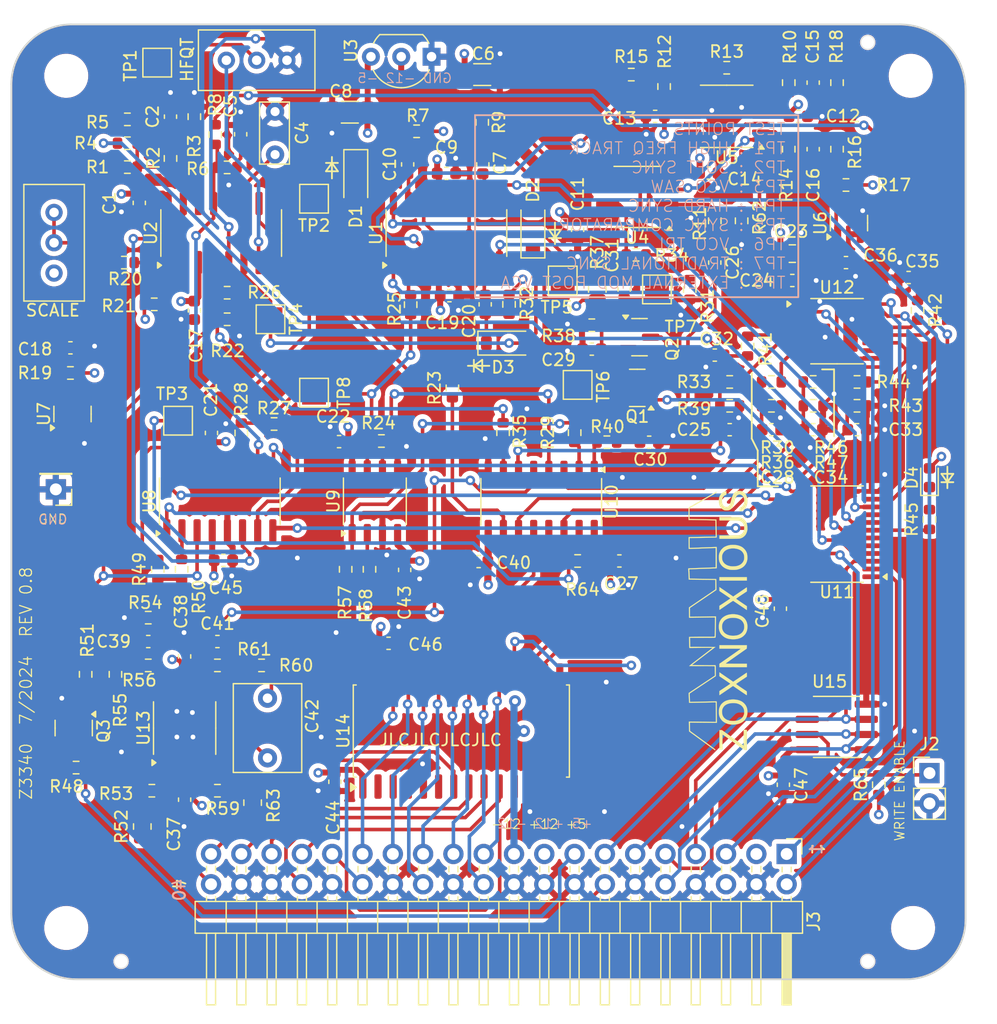
<source format=kicad_pcb>
(kicad_pcb (version 20221018) (generator pcbnew)
  (title_block (title "Z3340 VCO") (date "2024-06-20") (rev "0.7") (company "Zoxnoxious Engineering"))
  (layers (0 "F.Cu" signal) (1 "In1.Cu" power) (2 "In2.Cu" mixed) (31 "B.Cu" signal) (34 "B.Paste" user) (35 "F.Paste" user) (36 "B.SilkS" user "B.Silkscreen") (37 "F.SilkS" user "F.Silkscreen") (38 "B.Mask" user) (39 "F.Mask" user) (44 "Edge.Cuts" user))
  (net 0 "")
  (net 1 "GND")
  (net 2 "-12V")
  (net 3 "-5V")
  (net 4 "+12V")
  (net 5 "/cem3340/PWM")
  (net 6 "/cem3340/SOFT_SYNC")
  (net 7 "+5V")
  (net 8 "/cem3340/HARD_SYNC")
  (net 9 "/SDA1")
  (net 10 "/SCL1")
  (net 11 "Net-(C2-Pad1)")
  (net 12 "/cem3340/LINEAR_FM")
  (net 13 "Net-(U5B--)")
  (net 14 "Net-(U2-CAP)")
  (net 15 "/cem3340/SUMMING_INPUT")
  (net 16 "/cem3340/HIGH_FREQ_TRACK")
  (net 17 "Net-(C7-Pad2)")
  (net 18 "/OSC_CV_DAC")
  (net 19 "Net-(D2-A)")
  (net 20 "Net-(C10-Pad2)")
  (net 21 "/DAC/VREF_2.5")
  (net 22 "Net-(D3-K)")
  (net 23 "/GPIO_MODULE_DRIVEN")
  (net 24 "/I2C_ADDR0")
  (net 25 "/I2C_ADDR2")
  (net 26 "/I2C_ADDR1")
  (net 27 "Net-(C5-Pad1)")
  (net 28 "/PWM_DAC")
  (net 29 "/SYNC_LEVEL_DAC")
  (net 30 "/LINEAR_FM_DAC")
  (net 31 "Net-(C20-Pad2)")
  (net 32 "Net-(C26-Pad1)")
  (net 33 "Net-(Q2-S)")
  (net 34 "Net-(D1-K)")
  (net 35 "Net-(U5A--)")
  (net 36 "/DAC/OSC_EXT_VCA_FROM_DAC")
  (net 37 "/DAC/LINEAR_FM_FROM_DAC")
  (net 38 "Net-(C30-Pad1)")
  (net 39 "/MIX2_SAW_CTRL")
  (net 40 "/MIX2_PULSE_CTRL")
  (net 41 "/EXP_FM_EXT_CTRL")
  (net 42 "/LINEAR_FM_EXT_CTRL")
  (net 43 "/EXT_MOD_PW_CTRL")
  (net 44 "/DAC/FREQ_CV_FROM_DAC")
  (net 45 "Net-(Q2-G)")
  (net 46 "/VCO_PULSE")
  (net 47 "/VCO_SAW")
  (net 48 "/VCO_TRI")
  (net 49 "Net-(C39-Pad1)")
  (net 50 "/DAC/PWM_FROM_DAC")
  (net 51 "Net-(U13D--)")
  (net 52 "/EXT_OSC_VCA_AMOUNT_DAC")
  (net 53 "Net-(C41-Pad1)")
  (net 54 "Net-(U10C-Iout)")
  (net 55 "/DAC/TRI_VCA_FROM_DAC")
  (net 56 "/LED_CTRL")
  (net 57 "/TRI_VCA_AMOUNT_DAC")
  (net 58 "/SYNC_POS_CTRL")
  (net 59 "/SYNC_NEG_CTRL")
  (net 60 "Net-(C42-Pad2)")
  (net 61 "Net-(U2-VS)")
  (net 62 "/THIS_OUT2")
  (net 63 "/THIS_OUT1")
  (net 64 "/EXT_MODULATION")
  (net 65 "/CARD6_OUT1")
  (net 66 "/PULSE_VCA_AMOUNT_DAC")
  (net 67 "/CARD5_OUT1")
  (net 68 "/SAW_VCA_AMOUNT_DAC")
  (net 69 "/CARD4_OUT1")
  (net 70 "Net-(Q1-S)")
  (net 71 "/CARD3_OUT1")
  (net 72 "Net-(R5-Pad2)")
  (net 73 "/CARD2_OUT1")
  (net 74 "/CARD1_OUT2")
  (net 75 "/CARD1_OUT1")
  (net 76 "/SPI_CLK")
  (net 77 "Net-(D4-K)")
  (net 78 "/SPI_MOSI")
  (net 79 "/EXT_MOD_SEL_CTRL1")
  (net 80 "/EXT_MOD_SEL_CTRL2")
  (net 81 "/EXT_MOD_SEL_CTRL0")
  (net 82 "/DAC/SYNC_LEVEL_FROM_DAC")
  (net 83 "Net-(J2-Pin_1)")
  (net 86 "/CARD2_OUT2")
  (net 87 "Net-(U4-+)")
  (net 88 "/CARD3_OUT2")
  (net 89 "/CARD4_OUT2")
  (net 90 "/CARD5_OUT2")
  (net 91 "/CARD6_OUT2")
  (net 92 "Net-(R12-Pad1)")
  (net 93 "Net-(U2-SCALE1)")
  (net 94 "/SYNC_HARD_CTRL")
  (net 95 "Net-(R20-Pad2)")
  (net 96 "Net-(Q3-B)")
  (net 97 "Net-(U2-SCALE2)")
  (net 98 "Net-(U10D-Iin)")
  (net 99 "Net-(U10B-Iout)")
  (net 100 "/CARD7_OUT1")
  (net 101 "Net-(R25-Pad1)")
  (net 102 "/SPI_CS0")
  (net 103 "Net-(R27-Pad1)")
  (net 104 "Net-(R28-Pad1)")
  (net 105 "Net-(U10B-Iin)")
  (net 106 "/EXT_MOD_SCALED")
  (net 107 "/DAC/PULSE_VCA_FROM_DAC")
  (net 108 "Net-(U5C--)")
  (net 109 "Net-(U10C-Iin)")
  (net 110 "Net-(U10A-Vref)")
  (net 111 "Net-(R49-Pad1)")
  (net 112 "Net-(R50-Pad1)")
  (net 113 "Net-(R52-Pad1)")
  (net 114 "Net-(U13A--)")
  (net 115 "Net-(U9A--)")
  (net 116 "/DAC/SAW_VCA_FROM_DAC")
  (net 117 "Net-(U14-D)")
  (net 118 "Net-(R59-Pad1)")
  (net 119 "/SYNC_SOFT_CTRL")
  (net 120 "Net-(U13B--)")
  (net 121 "/EXT_MOD_SEL_CTRL3")
  (net 122 "Net-(U10E-Iin)")
  (net 125 "Net-(U5D--)")
  (net 134 "/cem3340/COMP_OUT")
  (net 138 "/cem3340/VREF_5")
  (footprint "Capacitor_SMD:C_0603_1608Metric" (layer "F.Cu") (at 146.1 87.6 -90)
    (fp_text reference "C11")
    (fp_text value "0.1u")
  )
  (footprint "Capacitor_SMD:C_0603_1608Metric" (layer "F.Cu") (at 115.4 104.625 90)
    (fp_text reference "C21")
    (fp_text value "0.1u")
  )
  (footprint "Capacitor_SMD:C_0603_1608Metric" (layer "F.Cu") (at 113.15 135.35 -90)
    (fp_text reference "C37")
    (fp_text value "0.1u")
  )
  (footprint "Package_SO:SOIC-16_3.9x9.9mm_P1.27mm" (layer "F.Cu") (at 116.215 87.875 90)
    (fp_text reference "U2")
    (fp_text value "AS3340")
  )
  (footprint "Capacitor_SMD:C_0603_1608Metric" (layer "F.Cu") (at 117.85 79.6 90)
    (fp_text reference "C5")
    (fp_text value "10n")
  )
  (footprint "Capacitor_SMD:C_0603_1608Metric" (layer "F.Cu") (at 109.35 85.35 90)
    (fp_text reference "C1")
    (fp_text value "0.1u")
  )
  (footprint "Capacitor_SMD:C_0603_1608Metric" (layer "F.Cu") (at 111.965 78.125 90)
    (fp_text reference "C2")
    (fp_text value "10n")
  )
  (footprint "Resistor_SMD:R_0603_1608Metric" (layer "F.Cu") (at 116.715 92.875 180)
    (fp_text reference "R26")
    (fp_text value "1M")
  )
  (footprint "Resistor_SMD:R_0603_1608Metric" (layer "F.Cu") (at 128.65 116.05 90)
    (fp_text reference "R58")
    (fp_text value "100k")
  )
  (footprint "Resistor_SMD:R_0603_1608Metric" (layer "F.Cu") (at 116.715 82.375)
    (fp_text reference "R6")
    (fp_text value "470")
  )
  (footprint "Resistor_SMD:R_0603_1608Metric" (layer "F.Cu") (at 108.1 90.35 180)
    (fp_text reference "R20")
    (fp_text value "24k")
  )
  (footprint "Resistor_SMD:R_0603_1608Metric" (layer "F.Cu") (at 110.6 93.85 180)
    (fp_text reference "R21")
    (fp_text value "5k6")
  )
  (footprint "Resistor_SMD:R_0603_1608Metric" (layer "F.Cu") (at 113.965 78.125 90)
    (fp_text reference "R3")
    (fp_text value "1k8")
  )
  (footprint "Resistor_SMD:R_0603_1608Metric" (layer "F.Cu") (at 104.85 124.85 -90)
    (fp_text reference "R51")
    (fp_text value "100k")
  )
  (footprint "Resistor_SMD:R_0603_1608Metric" (layer "F.Cu") (at 111.965 81.625 90)
    (fp_text reference "R2")
    (fp_text value "470")
  )
  (footprint "Potentiometer_THT:Potentiometer_Bourns_3296W_Vertical" (layer "F.Cu") (at 102.2 86.15 90)
    (fp_text reference "RV1" hide)
    (fp_text value "10K")
  )
  (footprint "Potentiometer_THT:Potentiometer_Bourns_3296W_Vertical" (layer "F.Cu") (at 116.65 73.4 180)
    (fp_text reference "RV2" hide)
    (fp_text value "20k")
  )
  (footprint "Resistor_SMD:R_0603_1608Metric" (layer "F.Cu") (at 132.6 79.35)
    (fp_text reference "R7")
    (fp_text value "10k")
  )
  (footprint "Resistor_SMD:R_0603_1608Metric" (layer "F.Cu") (at 155.5 92.6 90)
    (fp_text reference "R31")
    (fp_text value "10k")
  )
  (footprint "Resistor_SMD:R_0603_1608Metric" (layer "F.Cu") (at 147.2875 95.6)
    (fp_text reference "R38")
    (fp_text value "100")
  )
  (footprint "Capacitor_SMD:C_0603_1608Metric" (layer "F.Cu") (at 138.15 82.125 -90)
    (fp_text reference "C7")
    (fp_text value "10n")
  )
  (footprint "Capacitor_SMD:C_0603_1608Metric" (layer "F.Cu") (at 149.6 115.35)
    (fp_text reference "C27")
    (fp_text value "0.1u")
  )
  (footprint "Resistor_SMD:R_0603_1608Metric" (layer "F.Cu") (at 132.1 93.875 -90)
    (fp_text reference "R25")
    (fp_text value "82k")
  )
  (footprint "Capacitor_SMD:C_0603_1608Metric" (layer "F.Cu") (at 135.1 82.875)
    (fp_text reference "C9")
    (fp_text value "0.1u")
  )
  (footprint "Capacitor_SMD:C_0603_1608Metric" (layer "F.Cu") (at 135.35 93.125 180)
    (fp_text reference "C19")
    (fp_text value "0.1u")
  )
  (footprint "Resistor_SMD:R_0603_1608Metric" (layer "F.Cu") (at 148.55 105.4 180)
    (fp_text reference "R40")
    (fp_text value "100")
  )
  (footprint "Resistor_SMD:R_0603_1608Metric" (layer "F.Cu") (at 160.35 97.35 90)
    (fp_text reference "R41")
    (fp_text value "1k")
  )
  (footprint "Resistor_SMD:R_0603_1608Metric" (layer "F.Cu") (at 174.6 94.35 -90)
    (fp_text reference "R42")
    (fp_text value "5k6")
  )
  (footprint "Resistor_SMD:R_0603_1608Metric" (layer "F.Cu") (at 167.85 80.85 -90)
    (fp_text reference "R16")
    (fp_text value "100k")
  )
  (footprint "Capacitor_SMD:C_0603_1608Metric" (layer "F.Cu") (at 165.85 80.85 -90)
    (fp_text reference "C16")
    (fp_text value "1n")
  )
  (footprint "Capacitor_SMD:C_0603_1608Metric" (layer "F.Cu") (at 150 92.6 90)
    (fp_text reference "C31")
    (fp_text value "220p")
  )
  (footprint "Resistor_SMD:R_0603_1608Metric" (layer "F.Cu") (at 103.575 99.6 180)
    (fp_text reference "R19")
    (fp_text value "33k")
  )
  (footprint "Resistor_SMD:R_0805_2012Metric" (layer "F.Cu") (at 147.75 92.6 -90)
    (fp_text reference "R37")
    (fp_text value "8k2")
  )
  (footprint "Resistor_SMD:R_0603_1608Metric" (layer "F.Cu") (at 159.85 86.85 -90)
    (fp_text reference "R62")
    (fp_text value "100k")
  )
  (footprint "Capacitor_SMD:C_0603_1608Metric" (layer "F.Cu") (at 126.1 105.35 180)
    (fp_text reference "C22")
    (fp_text value "0.1u")
  )
  (footprint "Resistor_SMD:R_0603_1608Metric" (layer "F.Cu") (at 158.6 74.025)
    (fp_text reference "R13")
    (fp_text value "56k")
  )
  (footprint "Resistor_SMD:R_0603_1608Metric" (layer "F.Cu") (at 162.35 100.35)
    (fp_text reference "R30")
    (fp_text value "8k2")
  )
  (footprint "Resistor_SMD:R_0603_1608Metric" (layer "F.Cu") (at 165.85 100.35)
    (fp_text reference "R46")
    (fp_text value "8k2")
  )
  (footprint "Capacitor_SMD:C_0805_2012Metric" (layer "F.Cu") (at 164.1 89.6)
    (fp_text reference "C23")
    (fp_text value "4.7u")
  )
  (footprint "Capacitor_SMD:C_0603_1608Metric" (layer "F.Cu") (at 164.1 91.85)
    (fp_text reference "C24")
    (fp_text value "0.1u")
  )
  (footprint "Capacitor_SMD:C_0603_1608Metric" (layer "F.Cu") (at 163.1 119.35 90)
    (fp_text reference "C48")
    (fp_text value "0.1u")
  )
  (footprint "Resistor_SMD:R_0603_1608Metric" (layer "F.Cu") (at 138.1 78.6 -90)
    (fp_text reference "R9")
    (fp_text value "10k")
  )
  (footprint "Capacitor_SMD:C_0603_1608Metric" (layer "F.Cu") (at 157.1 82.85 180)
    (fp_text reference "C14")
    (fp_text value "0.1u")
  )
  (footprint "Resistor_SMD:R_0603_1608Metric" (layer "F.Cu") (at 153.35 75.6 -90)
    (fp_text reference "R12")
    (fp_text value "56k")
  )
  (footprint "Package_SO:TSSOP-14_4.4x5mm_P0.65mm" (layer "F.Cu") (at 113.15 129.35 90)
    (fp_text reference "U13")
    (fp_text value "TL074")
  )
  (footprint "Resistor_SMD:R_0603_1608Metric" (layer "F.Cu") (at 167.85 75.275 90)
    (fp_text reference "R18")
    (fp_text value "33k")
  )
  (footprint "Resistor_SMD:R_0603_1608Metric" (layer "F.Cu") (at 163.8 75.275 -90)
    (fp_text reference "R10")
    (fp_text value "51k")
  )
  (footprint "Resistor_SMD:R_0603_1608Metric" (layer "F.Cu") (at 165.85 102.35 180)
    (fp_text reference "R47")
    (fp_text value "33k")
  )
  (footprint "MountingHole:MountingHole_3.2mm_M3" (layer "F.Cu") (at 174.225 146.1 180)
    (fp_text reference "H4" hide)
    (fp_text value "MountingHole")
  )
  (footprint "MountingHole:MountingHole_3.2mm_M3" (layer "F.Cu") (at 174.025 74.7 180)
    (fp_text reference "H2" hide)
    (fp_text value "MountingHole")
  )
  (footprint "MountingHole:MountingHole_3.2mm_M3" (layer "F.Cu") (at 103.225 146.1 180)
    (fp_text reference "H3" hide)
    (fp_text value "MountingHole")
  )
  (footprint "MountingHole:MountingHole_3.2mm_M3" (layer "F.Cu") (at 103.225 74.7 180)
    (fp_text reference "H1" hide)
    (fp_text value "MountingHole")
  )
  (footprint "Resistor_SMD:R_0603_1608Metric" (layer "F.Cu") (at 116.715 95.1 180)
    (fp_text reference "R22")
    (fp_text value "150k")
  )
  (footprint "Capacitor_SMD:C_1206_3216Metric" (layer "F.Cu") (at 138.1 74.6 180)
    (fp_text reference "C6")
    (fp_text value "1u")
  )
  (footprint "Package_SO:TSSOP-24_4.4x7.8mm_P0.65mm" (layer "F.Cu") (at 167.85 113.1 180)
    (fp_text reference "U11")
    (fp_text value "PCA9555D")
  )
  (footprint "Package_SO:TSSOP-16_4.4x5mm_P0.65mm" (layer "F.Cu") (at 167.85 96.1)
    (fp_text reference "U12")
    (fp_text value "AD5328")
  )
  (footprint "Resistor_SMD:R_0603_1608Metric" (layer "F.Cu") (at 162.35 102.35 180)
    (fp_text reference "R36")
    (fp_text value "33k")
  )
  (footprint "Resistor_SMD:R_0603_1608Metric" (layer "F.Cu") (at 108.35 78.35 180)
    (fp_text reference "R5")
    (fp_text value "1M")
  )
  (footprint "Resistor_SMD:R_0603_1608Metric" (layer "F.Cu") (at 135.6 100.85 -90)
    (fp_text reference "R23")
    (fp_text value "47k")
  )
  (footprint "Resistor_SMD:R_0603_1608Metric" (layer "F.Cu") (at 146.1 115.35)
    (fp_text reference "R64")
    (fp_text value "100k")
  )
  (footprint "Resistor_SMD:R_0603_1608Metric" (layer "F.Cu") (at 129.65 105.3 180)
    (fp_text reference "R24")
    (fp_text value "47k")
  )
  (footprint "Resistor_SMD:R_0603_1608Metric" (layer "F.Cu") (at 139.85 104.6 -90)
    (fp_text reference "R35")
    (fp_text value "100k")
  )
  (footprint "Resistor_SMD:R_0603_1608Metric" (layer "F.Cu") (at 158.85 100.35)
    (fp_text reference "R33")
    (fp_text value "8k2")
  )
  (footprint "Resistor_SMD:R_0603_1608Metric" (layer "F.Cu") (at 112.9 116.05 -90)
    (fp_text reference "R50")
    (fp_text value "150k")
  )
  (footprint "Package_SO:SOIC-16_3.9x9.9mm_P1.27mm" (layer "F.Cu") (at 135.1 87.875 90)
    (fp_text reference "U1")
    (fp_text value "DG442CY+")
  )
  (footprint "Resistor_SMD:R_0603_1608Metric" (layer "F.Cu") (at 110.9 116.05 -90)
    (fp_text reference "R49")
    (fp_text value "100k")
  )
  (footprint "Package_TO_SOT_SMD:SOT-23" (layer "F.Cu") (at 168.85 87.0375 90)
    (fp_text reference "U6")
    (fp_text value "LM4040AIM3-2.5")
  )
  (footprint "Resistor_SMD:R_0603_1608Metric" (layer "F.Cu") (at 145.85 104.6 -90)
    (fp_text reference "R29")
    (fp_text value "47k")
  )
  (footprint "project_footprints:zoxnoxious_small" (layer "F.Cu") (at 157.85 120.35 90)
    (fp_text reference "G***" hide)
    (fp_text value "LOGO" hide)
  )
  (footprint "Capacitor_THT:Nichicon QYX2A102KTP" (layer "F.Cu") (at 118.1925 78.76 90)
    (fp_text reference "C4")
    (fp_text value "1000p")
  )
  (footprint "Capacitor_SMD:C_1206_3216Metric" (layer "F.Cu") (at 127 77.75)
    (fp_text reference "C8")
    (fp_text value "1u")
  )
  (footprint "Resistor_SMD:R_0603_1608Metric" (layer "F.Cu") (at 175.6 111.875 -90)
    (fp_text reference "R45")
    (fp_text value "2k")
  )
  (footprint "LED_SMD:LED_0603_1608Metric" (layer "F.Cu") (at 175.6 108.375 90)
    (fp_text reference "D4")
    (fp_text value "LED")
  )
  (footprint "Diode_SMD:D_SOD-123" (layer "F.Cu") (at 142.35 87.6 90)
    (fp_text reference "D2")
    (fp_text value "1N4148W")
  )
  (footprint "Capacitor_SMD:C_0603_1608Metric" (layer "F.Cu") (at 138.35 93.85 90)
    (fp_text reference "C20")
    (fp_text value "10n")
  )
  (footprint "Capacitor_SMD:C_0603_1608Metric" (layer "F.Cu") (at 131.6 116.1 90)
    (fp_text reference "C43")
    (fp_text value "0.1u")
  )
  (footprint "Resistor_SMD:R_0603_1608Metric" (layer "F.Cu") (at 140.35 93.85 90)
    (fp_text reference "R32")
    (fp_text value "10k")
  )
  (footprint "TestPoint:TestPoint_Pad_2.0x2.0mm" (layer "F.Cu") (at 112.6 103.6 180)
    (fp_text reference "TP3")
    (fp_text value "TestPoint")
  )
  (footprint "Resistor_SMD:R_0603_1608Metric" (layer "F.Cu") (at 151 89.7)
    (fp_text reference "R34")
    (fp_text value "1M")
  )
  (footprint "Resistor_SMD:R_0603_1608Metric" (layer "F.Cu") (at 157.6 86.85 -90)
    (fp_text reference "R11")
    (fp_text value "10k")
  )
  (footprint "Capacitor_SMD:C_0603_1608Metric" (layer "F.Cu") (at 113.965 94.35 -90)
    (fp_text reference "C17")
    (fp_text value "0.1u")
  )
  (footprint "TestPoint:TestPoint_Pad_2.0x2.0mm" (layer "F.Cu") (at 124 85)
    (fp_text reference "TP2")
    (fp_text value "TestPoint")
  )
  (footprint "Resistor_SMD:R_0603_1608Metric" (layer "F.Cu") (at 108.35 80.35 180)
    (fp_text reference "R4")
    (fp_text value "30k")
  )
  (footprint "Resistor_SMD:R_0603_1608Metric" (layer "F.Cu") (at 108.35 82.35)
    (fp_text reference "R1")
    (fp_text value "120k")
  )
  (footprint "Resistor_SMD:R_0603_1608Metric" (layer "F.Cu") (at 110.1 120.1 180)
    (fp_text reference "R54")
    (fp_text value "100k")
  )
  (footprint "Package_SO:SOIC-16_3.9x9.9mm_P1.27mm" (layer "F.Cu") (at 116.1 110.35 90)
    (fp_text reference "U8")
    (fp_text value "DG442CY+")
  )
  (footprint "Connector_PinHeader_2.54mm:PinHeader_2x20_P2.54mm_Horizontal" (layer "F.Cu") (at 163.625 139.9 -90)
    (fp_text reference "J3")
    (fp_text value "Conn_02x20_Odd_Even")
  )
  (footprint "Capacitor_SMD:C_0603_1608Metric" (layer "F.Cu") (at 116.4 115.3 180)
    (fp_text reference "C45")
    (fp_text value "0.1u")
  )
  (footprint "Capacitor_SMD:C_0603_1608Metric" (layer "F.Cu") (at 163.35 134.1 90)
    (fp_text reference "C47")
    (fp_text value "0.1u")
  )
  (footprint "Package_SO:SSOP-8_3.9x5.05mm_P1.27mm" (layer "F.Cu") (at 129.1 110.35 90)
    (fp_text reference "U9")
    (fp_text value "TL072")
  )
  (footprint "TestPoint:TestPoint_Pad_2.0x2.0mm" (layer "F.Cu") (at 120.35 95.1)
    (fp_text reference "TP4")
    (fp_text value "TestPoint")
  )
  (footprint "Capacitor_SMD:C_0603_1608Metric" (layer "F.Cu") (at 113.15 123.35 -90)
    (fp_text reference "C38")
    (fp_text value "0.1u")
  )
  (footprint "Resistor_SMD:R_0603_1608Metric" (layer "F.Cu") (at 119.6 124.1 180)
    (fp_text reference "R60")
    (fp_text value "47k")
  )
  (footprint "Resistor_SMD:R_0603_1608Metric" (layer "F.Cu") (at 115.9 134.6 180)
    (fp_text reference "R59")
    (fp_text value "47k")
  )
  (footprint "Resistor_SMD:R_0805_2012Metric" (layer "F.Cu") (at 118.85 135.6 -90)
    (fp_text reference "R63")
    (fp_text value "51")
  )
  (footprint "Resistor_SMD:R_0603_1608Metric" (layer "F.Cu") (at 115.715 79.625 90)
    (fp_text reference "R8")
    (fp_text value "150k")
  )
  (footprint "Package_TO_SOT_THT:TO-92_Inline_Wide" (layer "F.Cu") (at 133.85 73.1 180)
    (fp_text reference "U3")
    (fp_text value "LM79L05")
  )
  (footprint "Capacitor_SMD:C_0603_1608Metric" (layer "F.Cu") (at 157.6 98.1)
    (fp_text reference "C32")
    (fp_text value "0.1u")
  )
  (footprint "Capacitor_SMD:C_0603_1608Metric" (layer "F.Cu") (at 137.8 115.4)
    (fp_text reference "C40")
    (fp_text value "0.1u")
  )
  (footprint "Capacitor_SMD:C_0603_1608Metric" (layer "F.Cu") (at 115.9 122.1 180)
    (fp_text reference "C41")
    (fp_text value "22p")
  )
  (footprint "Capacitor_SMD:C_0603_1608Metric" (layer "F.Cu") (at 110.1 122.1)
    (fp_text reference "C39")
    (fp_text value "22p")
  )
  (footprint "Resistor_SMD:R_0603_1608Metric" (layer "F.Cu") (at 110.1 124.1 180)
    (fp_text reference "R56")
    (fp_text value "47k")
  )
  (footprint "Resistor_SMD:R_0603_1608Metric" (layer "F.Cu") (at 107.35 124.85 90)
    (fp_text reference "R55")
    (fp_text value "47k")
  )
  (footprint "Resistor_SMD:R_0603_1608Metric" (layer "F.Cu") (at 110.4 134.6)
    (fp_text reference "R53")
    (fp_text value "47k")
  )
  (footprint "Resistor_SMD:R_0805_2012Metric" (layer "F.Cu") (at 109.6 137.6 -90)
    (fp_text reference "R52")
    (fp_text value "51")
  )
  (footprint "TestPoint:TestPoint_Pad_2.0x2.0mm" (layer "F.Cu") (at 144.85 91.85 180)
    (fp_text reference "TP5")
    (fp_text value "TestPoint")
  )
  (footprint "Resistor_SMD:R_0603_1608Metric" (layer "F.Cu") (at 120.65 103.875 180)
    (fp_text reference "R27")
    (fp_text value "200k")
  )
  (footprint "Resistor_SMD:R_0603_1608Metric" (layer "F.Cu") (at 115.9 124.1)
    (fp_text reference "R61")
    (fp_text value "47k")
  )
  (footprint "Resistor_SMD:R_0603_1608Metric" (layer "F.Cu") (at 117.9 104.625 90)
    (fp_text reference "R28")
    (fp_text value "300k")
  )
  (footprint "Resistor_SMD:R_0603_1608Metric" (layer "F.Cu") (at 150.6 74.6)
    (fp_text reference "R15")
    (fp_text value "10k")
  )
  (footprint "Resistor_SMD:R_0603_1608Metric" (layer "F.Cu") (at 104.05 132.6625)
    (fp_text reference "R48")
    (fp_text value "10k")
  )
  (footprint "Diode_SMD:D_SOD-123" (layer "F.Cu") (at 140.1 97.1)
    (fp_text reference "D3")
    (fp_text value "1N4148W")
  )
  (footprint "Package_SO:SOIC-8_3.9x4.9mm_P1.27mm" (layer "F.Cu") (at 167.825 129.255 180)
    (fp_text reference "U15")
    (fp_text value "M24C02-WMN")
  )
  (footprint "Connector_PinHeader_2.54mm:PinHeader_1x02_P2.54mm_Vertical" (layer "F.Cu") (at 175.6 133.125)
    (fp_text reference "J2")
    (fp_text value "Conn_01x02")
  )
  (footprint "Capacitor_SMD:C_0603_1608Metric" (layer "F.Cu") (at 130.25 122.25)
    (fp_text reference "C46")
    (fp_text value "0.1u")
  )
  (footprint "Resistor_SMD:R_0603_1608Metric" (layer "F.Cu") (at 163.8 80.85 90)
    (fp_text reference "R14")
    (fp_text value "100k")
  )
  (footprint "Capacitor_SMD:C_0603_1608Metric" (layer "F.Cu") (at 157.6 90.35 -90)
    (fp_text reference "C26")
    (fp_text value "0.1u")
  )
  (footprint "Capacitor_SMD:C_0603_1608Metric" (layer "F.Cu") (at 173.85 91.6)
    (fp_text reference "C35")
    (fp_text value "22n")
  )
  (footprint "Resistor_SMD:R_0603_1608Metric" (layer "F.Cu") (at 168.6 83.85 180)
    (fp_text reference "R17")
    (fp_text value "12k")
  )
  (footprint "Capacitor_SMD:C_0603_1608Metric" (layer "F.Cu") (at 125.75 133.85 -90)
    (fp_text reference "C44")
    (fp_text value "0.1u")
  )
  (footprint "Capacitor_SMD:C_0603_1608Metric" (layer "F.Cu") (at 152.6 78.1)
    (fp_text reference "C13")
    (fp_text value "0.1u")
  )
  (footprint "Capacitor_SMD:C_0603_1608Metric" (layer "F.Cu") (at 162.35 104.35)
    (fp_text reference "C28")
    (fp_text value "22n")
  )
  (footprint "Package_SO:SOIC-28W_7.5x17.9mm_P1.27mm" (layer "F.Cu") (at 136.35 129.6 90)
    (fp_text reference "U14")
    (fp_text value "DG406")
  )
  (footprint "Package_TO_SOT_SMD:SOT-23" (layer "F.Cu") (at 151.2875 96.6)
    (fp_text reference "Q2")
    (fp_text value "2N7002")
  )
  (footprint "TestPoint:TestPoint_Pad_2.0x2.0mm" (layer "F.Cu") (at 146.1 100.6)
    (fp_text reference "TP6")
    (fp_text value "TestPoint")
  )
  (footprint "Package_TO_SOT_SMD:SOT-23" (layer "F.Cu") (at 103.75 103.0375 90)
    (fp_text reference "U7")
    (fp_text value "LM4040B-5")
  )
  (footprint "Package_TO_SOT_SMD:SOT-23" (layer "F.Cu") (at 103.85 129.35 -90)
    (fp_text reference "Q3")
    (fp_text value "MMBT3904")
  )
  (footprint "Resistor_SMD:R_0603_1608Metric" (layer "F.Cu") (at 126.65 116.05 90)
    (fp_text reference "R57")
    (fp_text value "100k")
  )
  (footprint "Capacitor_THT:C_Rect_L7.2mm_W5.5mm_P5.00mm_FKS2_FKP2_MKS2_MKP2" (layer "F.Cu") (at 120.1 131.85 90)
    (fp_text reference "C42")
    (fp_text value "2u2")
  )
  (footprint "Capacitor_SMD:C_0603_1608Metric" (layer "F.Cu") (at 103.575 97.495)
    (fp_text reference "C18")
    (fp_text value "1u")
  )
  (footprint "TestPoint:TestPoint_Pad_2.0x2.0mm" (layer "F.Cu") (at 152.75 92.6)
    (fp_text reference "TP7")
    (fp_text value "TestPoint")
  )
  (footprint "Capacitor_SMD:C_0603_1608Metric" (layer "F.Cu") (at 169.525 104.35)
    (fp_text reference "C33")
    (fp_text value "22n")
  )
  (footprint "Resistor_SMD:R_0603_1608Metric" (layer "F.Cu") (at 169.525 102.35 180)
    (fp_text reference "R43")
    (fp_text value "33k")
  )
  (footprint "Capacitor_SMD:C_0603_1608Metric" (layer "F.Cu") (at 152.1 105.4)
    (fp_text reference "C30")
    (fp_text value "4n7")
  )
  (footprint "Capacitor_SMD:C_0603_1608Metric" (layer "F.Cu") (at 131.85 82.125 -90)
    (fp_text reference "C10")
    (fp_text value "10n")
  )
  (footprint "Capacitor_SMD:C_0603_1608Metric" (layer "F.Cu") (at 165.85 75.275 90)
    (fp_text reference "C15")
    (fp_text value "4n7")
  )
  (footprint "Resistor_SMD:R_0603_1608Metric" (layer "F.Cu") (at 158.85 102.35 180)
    (fp_text reference "R39")
    (fp_text value "33k")
  )
  (footprint "Capacitor_SMD:C_0603_1608Metric" (layer "F.Cu") (at 147.2875 97.6 180)
    (fp_text reference "C29")
    (fp_text value "0.1u")
  )
  (footprint "TestPoint:TestPoint_Pad_2.0x2.0mm" (layer "F.Cu") (at 124 101.25)
    (fp_text reference "TP8")
    (fp_text value "TestPoint")
  )
  (footprint "Resistor_SMD:R_0603_1608Metric" (layer "F.Cu") (at 169.525 100.35)
    (fp_text reference "R44")
    (fp_text value "8k2")
  )
  (footprint "Package_SO:TSSOP-14_4.4x5mm_P0.65mm" (layer "F.Cu") (at 158.6 78.1 180)
    (fp_text reference "U5")
    (fp_text value "TL074")
  )
  (footprint "Diode_SMD:D_SOD-123" (layer "F.Cu") (at 127.5 83.25 -90)
    (fp_text reference "D1")
    (fp_text value "1N4148W")
  )
  (footprint "Capacitor_SMD:C_0603_1608Metric" (layer "F.Cu") (at 165.85 104.35)
    (fp_text reference "C34")
    (fp_text value "22n")
  )
  (footprint "Package_SO:SOIC-16_3.9x9.9mm_P1.27mm" (layer "F.Cu") (at 143.05 110.4 -90)
    (fp_text reference "U10")
    (fp_text value "AS3364")
  )
  (footprint "Resistor_SMD:R_0603_1608Metric" (layer "F.Cu") (at 171.35 134.1 90)
    (fp_text reference "R65")
    (fp_text value "10k")
  )
  (footprint "Connector_PinHeader_2.54mm:PinHeader_1x01_P2.54mm_Vertical" (layer "F.Cu") (at 102.35 109.35 180)
    (fp_text reference "J1" hide)
    (fp_text value "Conn_01x01")
  )
  (footprint "Package_SO:SOIC-8_3.9x4.9mm_P1.27mm" (layer "F.Cu") (at 151.1 84.85 180)
    (fp_text reference "U4")
    (fp_text value "LM311")
  )
  (footprint "Capacitor_SMD:C_0603_1608Metric" (layer "F.Cu") (at 164.6 78.1)
    (fp_text reference "C12")
    (fp_text value "0.1u")
  )
  (footprint "TestPoint:TestPoint_Pad_2.0x2.0mm" (layer "F.Cu") (at 110.85 73.6 180)
    (fp_text reference "TP1")
    (fp_text value "TestPoint")
  )
  (footprint "Capacitor_SMD:C_0603_1608Metric" (layer "F.Cu") (at 158.85 104.35)
    (fp_text reference "C25")
    (fp_text value "22n")
  )
  (footprint "Capacitor_SMD:C_0603_1608Metric" (layer "F.Cu") (at 168.6 90.35)
    (fp_text reference "C36")
    (fp_text value "1u")
  )
  (footprint "Package_TO_SOT_SMD:SOT-23" (layer "F.Cu") (at 151.1 100.85 180)
    (fp_text reference "Q1")
    (fp_text value "2N7002")
  )
  (gr_rect (start 137.5 78) (end 164.6 93.25) (stroke (width 0.15)) (fill none) (layer "B.SilkS"))
  (gr_line (start 177.6 108.05) (end 176.6 108.05) (stroke (width 0.15)) (layer "F.SilkS"))
  (gr_line (start 177.6 108.75) (end 176.6 108.75) (stroke (width 0.15)) (layer "F.SilkS"))
  (gr_line (start 176.6 108.05) (end 177.1 108.75) (stroke (width 0.15)) (layer "F.SilkS"))
  (gr_line (start 177.1 108.75) (end 177.6 108.05) (stroke (width 0.15)) (layer "F.SilkS"))
  (gr_line (start 177.1 109.25) (end 177.1 107.45) (stroke (width 0.15)) (layer "F.SilkS"))
  (gr_line (start 167.6 99.3) (end 166.6 99.3) (stroke (width 0.15)) (layer "F.SilkS"))
  (gr_line (start 125.5 82) (end 125 82.7) (stroke (width 0.15)) (layer "F.SilkS"))
  (gr_line (start 126 82.7) (end 125.5 82) (stroke (width 0.15)) (layer "F.SilkS"))
  (gr_line (start 144.2 88.8) (end 144.2 87) (stroke (width 0.15)) (layer "F.SilkS"))
  (gr_line (start 137.4 99.5) (end 137.4 98.5) (stroke (width 0.15)) (layer "F.SilkS"))
  (gr_line (start 125 82.7) (end 126 82.7) (stroke (width 0.15)) (layer "F.SilkS"))
  (gr_line (start 162.9 109.1) (end 161.2 109.1) (stroke (width 0.15)) (layer "F.SilkS"))
  (gr_line (start 136.9 99) (end 138.7 99) (stroke (width 0.15)) (layer "F.SilkS"))
  (gr_line (start 125.5 81.5) (end 125.5 83.3) (stroke (width 0.15)) (layer "F.SilkS"))
  (gr_line (start 160.7 105.1) (end 160.7 99.6) (stroke (width 0.15)) (layer "F.SilkS"))
  (gr_line (start 138.1 98.5) (end 137.4 99) (stroke (width 0.15)) (layer "F.SilkS"))
  (gr_line (start 161.2 106.1) (end 160.7 105.1) (stroke (width 0.15)) (layer "F.SilkS"))
  (gr_line (start 138.1 99.5) (end 138.1 98.5) (stroke (width 0.15)) (layer "F.SilkS"))
  (gr_line (start 144.7 88.3) (end 143.7 88.3) (stroke (width 0.15)) (layer "F.SilkS"))
  (gr_line (start 144.7 87.6) (end 143.7 87.6) (stroke (width 0.15)) (layer "F.SilkS"))
  (gr_line (start 144.2 88.3) (end 144.7 87.6) (stroke (width 0.15)) (layer "F.SilkS"))
  (gr_line (start 167.6 104.9) (end 167.6 99.3) (stroke (width 0.15)) (layer "F.SilkS"))
  (gr_line (start 125 82) (end 126 82) (stroke (width 0.15)) (layer "F.SilkS"))
  (gr_line (start 161.2 109.1) (end 161.2 106.1) (stroke (width 0.15)) (layer "F.SilkS"))
  (gr_line (start 137.4 99) (end 138.1 99.5) (stroke (width 0.15)) (layer "F.SilkS"))
  (gr_line (start 143.7 87.6) (end 144.2 88.3) (stroke (width 0.15)) (layer "F.SilkS"))
  (gr_arc (start 104.125 150.4) (mid 100.235913 148.789087) (end 98.625 144.9) (stroke (width 0.15)) (layer "Edge.Cuts"))
  (gr_arc (start 178.625 145.4) (mid 177.160534 148.935534) (end 173.625 150.4) (stroke (width 0.15)) (layer "Edge.Cuts"))
  (gr_line (start 173.625 150.4) (end 104.125 150.4) (stroke (width 0.15)) (layer "Edge.Cuts"))
  (gr_arc (start 98.625 75.4) (mid 100.089466 71.864466) (end 103.625 70.4) (stroke (width 0.15)) (layer "Edge.Cuts"))
  (gr_arc (start 173.125 70.4) (mid 177.014087 72.010913) (end 178.625 75.9) (stroke (width 0.15)) (layer "Edge.Cuts"))
  (gr_line (start 103.625 70.4) (end 173.125 70.4) (stroke (width 0.15)) (layer "Edge.Cuts"))
  (gr_line (start 178.625 145.4) (end 178.625 75.9) (stroke (width 0.15)) (layer "Edge.Cuts"))
  (gr_line (start 98.625 75.4) (end 98.625 144.9) (stroke (width 0.15)) (layer "Edge.Cuts"))
  (gr_circle (center 107.825 148.9) (end 107.249 148.9) (stroke (width 0.05)) (fill none) (layer "Edge.Cuts"))
  (gr_circle (center 170.425 71.9) (end 169.849 71.9) (stroke (width 0.05)) (fill none) (layer "Edge.Cuts"))
  (gr_circle (center 170.425 148.9) (end 169.849 148.9) (stroke (width 0.05)) (fill none) (layer "Edge.Cuts"))
  (gr_text "+5 +12 -12" (at 143.35 137.35) (layer "B.SilkS") (effects (font (size 0.8 0.8) (thickness 0.09)) (justify mirror)))
  (gr_text "GND" (at 102.1 111.9) (layer "B.SilkS") (effects (font (size 0.8 0.8) (thickness 0.09)) (justify mirror)))
  (gr_text "TEST POINTS\nTP1 : HIGH FREQ TRACK\nTP2 : SOFT SYNC\nTP3 : VCO SAW\nTP4 : HARD SYNC\nTP5 : SYNC COMPARATOR\nTP6 : VCO TRI\nTP7 : TRADITIONAL SYNC\nTP8 : EXTERNAL MOD POST VCA" (at 163.6 85.6) (layer "B.SilkS") (effects (font (size 1 1) (thickness 0.09)) (justify left mirror)))
  (gr_text "1" (at 166.1 139.5 90) (layer "B.SilkS") (effects (font (size 1 1)) (justify mirror)))
  (gr_text "GND -12 -5" (at 131.6 74.9) (layer "B.SilkS") (effects (font (size 0.8 0.8) (thickness 0.09)) (justify mirror)))
  (gr_text "40" (at 112.7 142.9 90) (layer "B.SilkS") (effects (font (size 1 1)) (justify mirror)))
  (gr_text "-12 +12 +5" (at 142.85 137.4) (layer "F.SilkS") (effects (font (size 0.8 0.8) (thickness 0.09))))
  (gr_text "SCALE" (at 102.1 94.35) (layer "F.SilkS") (effects (font (size 1 1))))
  (gr_text "Z3340  7/2024  REV 0.8" (at 99.85 125.6 90) (layer "F.SilkS") (effects (font (size 1 1) (thickness 0.1))))
  (gr_text "40" (at 112.625 142.9 -90) (layer "F.SilkS") (effects (font (size 1 1))))
  (gr_text "WRITE ENABLE" (at 173.1 134.6 90) (layer "F.SilkS") (effects (font (size 0.8 0.8) (thickness 0.09))))
  (gr_text "HFQT" (at 113.35 73.35 90) (layer "F.SilkS") (effects (font (size 1 1))))
  (gr_text "1" (at 166.225 139.5 -90) (layer "F.SilkS") (effects (font (size 1 1))))
  (gr_text "GND" (at 102.1 111.85) (layer "F.SilkS") (effects (font (size 0.8 0.8) (thickness 0.09))))
  (gr_text "JLCJLCJLCJLC" (at 134.6 130.35) (layer "F.SilkS") (effects (font (size 1 1))))
  (segment (start 155.7375 78.75) (end 156.5 78.75) (width 0.3) (layer "F.Cu") (net 1))
  (segment (start 113.15 121.4) (end 113.1 121.35) (width 0.5) (layer "F.Cu") (net 1))
  (segment (start 165.375 78.1) (end 166.6 78.1) (width 0.4) (layer "F.Cu") (net 1))
  (segment (start 170.7125 109.525) (end 171.3 109.525) (width 0.4) (layer "F.Cu") (net 1))
  (segment (start 166.625 104.825) (end 165.6 105.85) (width 0.3) (layer "F.Cu") (net 1))
  (segment (start 166.4 93.6) (end 166.175 93.825) (width 0.4) (layer "F.Cu") (net 1))
  (segment (start 105.455 97.495) (end 105.6 97.35) (width 0.3) (layer "F.Cu") (net 1))
  (segment (start 129.735 113.025) (end 129.735 114.485) (width 0.3) (layer "F.Cu") (net 1))
  (segment (start 163.125 103.375) (end 163.1 103.35) (width 0.3) (layer "F.Cu") (net 1))
  (segment (start 164.875 91.85) (end 166.1 91.85) (width 0.4) (layer "F.Cu") (net 1))
  (segment (start 139.575 72.875) (end 139.6 72.85) (width 0.6) (layer "F.Cu") (net 1))
  (segment (start 131.6 116.875) (end 132.825 116.875) (width 0.5) (layer "F.Cu") (net 1))
  (segment (start 161.4625 77.45) (end 159.95 77.45) (width 0.3) (layer "F.Cu") (net 1))
  (segment (start 150.375 115.35) (end 150.375 117.325) (width 0.5) (layer "F.Cu") (net 1))
  (segment (start 125.75 134.625) (end 124.375 134.625) (width 0.5) (layer "F.Cu") (net 1))
  (segment (start 171.85 108.975) (end 171.85 108.1) (width 0.4) (layer "F.Cu") (net 1))
  (segment (start 124.375 134.625) (end 124.35 134.6) (width 0.5) (layer "F.Cu") (net 1))
  (segment (start 157.2 77.45) (end 157.35 77.6) (width 0.3) (layer "F.Cu") (net 1))
  (segment (start 138.605 107.925) (end 138.605 105.355) (width 0.5) (layer "F.Cu") (net 1))
  (segment (start 159.95 77.45) (end 159.85 77.35) (width 0.3) (layer "F.Cu") (net 1))
  (segment (start 107.875 86.125) (end 107.85 86.1) (width 0.5) (layer "F.Cu") (net 1))
  (segment (start 163.125 104.35) (end 163.125 103.375) (width 0.3) (layer "F.Cu") (net 1))
  (segment (start 135.735 91.985) (end 136.125 92.375) (width 0.5) (layer "F.Cu") (net 1))
  (segment (start 109.35 86.125) (end 107.875 86.125) (width 0.5) (layer "F.Cu") (net 1))
  (segment (start 159.85 87.675) (end 159.85 88.85) (width 0.3) (layer "F.Cu") (net 1))
  (segment (start 117.75 96.5) (end 117.54 96.29) (width 0.3) (layer "F.Cu") (net 1))
  (segment (start 166.625 104.35) (end 166.625 104.825) (width 0.3) (layer "F.Cu") (net 1))
  (segment (start 142.065 136.315) (end 142.1 136.35) (width 0.4) (layer "F.Cu") (net 1))
  (segment (start 157.85 84.1) (end 157.875 84.075) (width 0.5) (layer "F.Cu") (net 1))
  (segment (start 166.625 102.4) (end 166.675 102.35) (width 0.3) (layer "F.Cu") (net 1))
  (segment (start 113.15 136.125) (end 113.15 137.55) (width 0.4) (layer "F.Cu") (net 1))
  (segment (start 163.175 103.275) (end 163.1 103.35) (width 0.3) (layer "F.Cu") (net 1))
  (segment (start 111.965 76.1) (end 111.965 77.35) (width 0.3) (layer "F.Cu") (net 1))
  (segment (start 117.175 116.525) (end 117.1 116.6) (width 0.5) (layer "F.Cu") (net 1))
  (segment (start 173.075 91.6) (end 173.075 90.375) (width 0.4) (layer "F.Cu") (net 1))
  (segment (start 135.875 81.6) (end 135.875 82.875) (width 0.5) (layer "F.Cu") (net 1))
  (segment (start 131.7 105.75) (end 131.005 106.445) (width 0.3) (layer "F.Cu") (net 1))
  (segment (start 170.35 102.35) (end 171.85 102.35) (width 0.3) (layer "F.Cu") (net 1))
  (segment (start 170.7125 95.125) (end 169.125 95.125) (width 0.4) (layer "F.Cu") (net 1))
  (segment (start 113.15 137.55) (end 113.1 137.6) (width 0.4) (layer "F.Cu") (net 1))
  (segment (start 155.5 93.425) (end 155.5 94) (width 0.3) (layer "F.Cu") (net 1))
  (segment (start 102.9 126.9) (end 102.9 128.4125) (width 0.3) (layer "F.Cu") (net 1))
  (segment (start 159.625 104.35) (end 159.625 103.375) (width 0.3) (layer "F.Cu") (net 1))
  (segment (start 136.125 92.375) (end 136.125 93.125) (width 0.5) (layer "F.Cu") (net 1))
  (segment (start 146.5125 97.6) (end 145.4 97.6) (width 0.3) (layer "F.Cu") (net 1))
  (segment (start 156.825 98.1) (end 156.825 99.075) (width 0.3) (layer "F.Cu") (net 1))
  (segment (start 170.3 104.35) (end 171.85 104.35) (width 0.3) (layer "F.Cu") (net 1))
  (segment (start 157.875 84.075) (end 157.875 82.85) (width 0.5) (layer "F.Cu") (net 1))
  (segment (start 137.025 117.275) (end 137.025 115.4) (width 0.6) (layer "F.Cu") (net 1))
  (segment (start 132.825 116.875) (end 132.85 116.85) (width 0.5) (layer "F.Cu") (net 1))
  (segment (start 102.85 126.85) (end 102.9 126.9) (width 0.3) (layer "F.Cu") (net 1))
  (segment (start 169.8 86.2) (end 169.8 87.975) (width 0.3) (layer "F.Cu") (net 1))
  (segment (start 136.125 93.125) (end 136.125 94.325) (width 0.5) (layer "F.Cu") (net 1))
  (segment (start 173.075 90.375) (end 173.1 90.35) (width 0.4) (layer "F.Cu") (net 1))
  (segment (start 150.375 117.325) (end 150.35 117.35) (width 0.5) (layer "F.Cu") (net 1))
  (segment (start 125.325 104.125) (end 125.35 104.1) (width 0.5) (layer "F.Cu") (net 1))
  (segment (start 136.125 94.325) (end 136.1 94.35) (width 0.5) (layer "F.Cu") (net 1))
  (segment (start 169.125 95.125) (end 169.1 95.1) (width 0.4) (layer "F.Cu") (net 1))
  (segment (start 113.965 76.1) (end 113.965 77.3) (width 0.3) (layer "F.Cu") (net 1))
  (segment (start 104.7 103.975) (end 104.7 105.45) (width 0.3) (layer "F.Cu") (net 1))
  (segment (start 104.7 105.45) (end 104.75 105.5) (width 0.3) (layer "F.Cu") (net 1))
  (segment (start 125.525 79.475) (end 125.525 77.75) (width 0.5) (layer "F.Cu") (net 1))
  (segment (start 115.4 103.85) (end 116.6 103.85) (width 0.5) (layer "F.Cu") (net 1))
  (segment (start 146.4625 95.6) (end 145.35 95.6) (width 0.3) (layer "F.Cu") (net 1))
  (segment (start 116.735 112.825) (end 116.735 113.735) (width 0.5) (layer "F.Cu") (net 1))
  (segment (start 170 86) (end 169.8 86.2) (width 0.3) (layer "F.Cu") (net 1))
  (segment (start 113.15 122.575) (end 113.15 121.4) (width 0.4) (layer "F.Cu") (net 1))
  (segment (start 117.175 115.3) (end 117.175 116.525) (width 0.5) (layer "F.Cu") (net 1))
  (segment (start 139.575 74.6) (end 139.575 72.875) (width 0.6) (layer "F.Cu") (net 1))
  (segment (start 116.735 113.735) (end 117.175 114.175) (width 0.5) (layer "F.Cu") (net 1))
  (segment (start 171.85 127.35) (end 170.3 127.35) (width 0.5) (layer "F.Cu") (net 1))
  (segment (start 166.675 102.275) (end 166.675 102.35) (width 0.3) (layer "F.Cu") (net 1))
  (segment (start 129.735 114.485) (end 130.1 114.85) (width 0.3) (layer "F.Cu") (net 1))
  (segment (start 145.4 97.6) (end 145.25 97.75) (width 0.3) (layer "F.Cu") (net 1))
  (segment (start 113.965 95.125) (end 112.875 95.125) (width 0.6) (layer "F.Cu") (net 1))
  (segment (start 169.375 91.475) (end 169.4 91.5) (width 0.3) (layer "F.Cu") (net 1))
  (segment (start 159.6 102.425) (end 159.675 102.35) (width 0.3) (layer "F.Cu") (net 1))
  (segment (start 154.1 104.85) (end 153.425 104.85) (width 0.3) (layer "F.Cu") (net 1))
  (segment (start 142.065 134.25) (end 142.065 136.315) (width 0.4) (layer "F.Cu") (net 1))
  (segment (start 113.8 130.15) (end 113.85 130.1) (width 0.3) (layer "F.Cu") (net 1))
  (segment (start 131.75 105.75) (end 131.7 105.75) (width 0.3) (layer "F.Cu") (net 1))
  (segment (start 113.8 132.2125) (end 113.8 130.15) (width 0.3) (layer "F.Cu") (net 1))
  (segment (start 155.5 94) (end 154.75 94.75) (width 0.3) (layer "F.Cu") (net 1))
  (segment (start 117.175 114.175) (end 117.175 115.3) (width 0.5) (layer "F.Cu") (net 1))
  (segment (start 135.735 90.35) (end 135.735 91.985) (width 0.5) (layer "F.Cu") (net 1))
  (segment (start 113.8 128.05) (end 113.8 126.4875) (width 0.3) (layer "F.Cu") (net 1))
  (segment (start 146.1 89.85) (end 146.1 88.375) (width 0.6) (layer "F.Cu") (net 1))
  (segment (start 171.3 109.525) (end 171.85 108.975) (width 0.4) (layer "F.Cu") (net 1))
  (segment (start 112.5 127.95) (end 112.5 126.4875) (width 0.3) (layer "F.Cu") (net 1))
  (segment (start 156.5 78.75) (end 157.6 79.85) (width 0.3) (layer "F.Cu") (net 1))
  (segment (start 145.35 95.6) (end 145.25 95.5) (width 0.3) (layer "F.Cu") (net 1))
  (segment (start 156.825 99.075) (end 156.85 99.1) (width 0.3) (layer "F.Cu") (net 1))
  (segment (start 163.35 134.875) (end 162.125 134.875) (width 0.5) (layer "F.Cu") (net 1))
  (segment (start 131.005 106.445) (end 131.005 107.675) (width 0.3) (layer "F.Cu") (net 1))
  (segment (start 104.35 97.495) (end 105.455 97.495) (width 0.3) (layer "F.Cu") (net 1))
  (segment (start 131.025 120.925) (end 131.1 120.85) (width 0.5) (layer "F.Cu") (net 1))
  (segment (start 151.825 78.1) (end 151.825 79.575) (width 0.5) (layer "F.Cu") (net 1))
  (segment (start 159.625 103.375) (end 159.6 103.35) (width 0.3) (layer "F.Cu") (net 1))
  (segment (start 161.625 120.125) (end 161.6 120.1) (width 0.4) (layer "F.Cu") (net 1))
  (segment (start 151.825 79.575) (end 151.85 79.6) (width 0.4) (layer "F.Cu") (net 1))
  (segment (start 112.5 130.1) (end 112.5 132.2125) (width 0.3) (layer "F.Cu") (net 1))
  (segment (start 125.5 79.5) (end 125.525 79.475) (width 0.5) (layer "F.Cu") (net 1))
  (segment (start 117.85 77.725662) (end 117.85 78.825) (width 0.3) (layer "F.Cu") (net 1))
  (segment (start 165.05 88.05) (end 164.85 87.85) (width 0.4) (layer "F.Cu") (net 1))
  (segment (start 165.05 89.6) (end 165.05 88.05) (width 0.4) (layer "F.Cu") (net 1))
  (segment (start 163.1 120.125) (end 161.625 120.125) (width 0.4) (layer "F.Cu") (net 1))
  (segment (start 166.175 93.825) (end 164.9875 93.825) (width 0.4) (layer "F.Cu") (net 1))
  (segment (start 163.175 102.35) (end 163.175 103.275) (width 0.3) (layer "F.Cu") (net 1))
  (segment (start 116.85 85.4) (end 116.85 83.85) (width 0.3) (layer "F.Cu") (net 1))
  (segment (start 169.375 90.35) (end 169.375 91.475) (width 0.3) (layer "F.Cu") (net 1))
  (segment (start 138.605 105.355) (end 138.35 105.1) (width 0.5) (layer "F.Cu") (net 1))
  (segment (start 131.025 122.25) (end 131.025 120.925) (width 0.5) (layer "F.Cu") (net 1))
  (segment (start 162.125 134.875) (end 162.1 134.85) (width 0.5) (layer "F.Cu") (net 1))
  (segment (start 109.275 120.1) (end 108.1 120.1) (width 0.3) (layer "F.Cu") (net 1))
  (segment (start 137.1 117.35) (end 137.025 117.275) (width 0.6) (layer "F.Cu") (net 1))
  (segment (start 159.6 103.35) (end 159.6 102.425) (width 0.3) (layer "F.Cu") (net 1))
  (segment (start 117.54 96.29) (end 117.54 95.1) (width 0.3) (layer "F.Cu") (net 1))
  (segment (start 153.425 104.85) (end 152.875 105.4) (width 0.3) (layer "F.Cu") (net 1))
  (segment (start 155.7375 77.45) (end 157.2 77.45) (width 0.3) (layer "F.Cu") (net 1))
  (segment (start 125.325 105.35) (end 125.325 104.125) (width 0.5) (layer "F.Cu") (net 1))
  (segment (start 112.875 95.125) (end 112.85 95.1) (width 0.6) (layer "F.Cu") (net 1))
  (segment (start 167.6 101.35) (end 166.675 102.275) (width 0.3) (layer "F.Cu") (net 1))
  (via (at 163.1 103.35) (size 0.8) (drill 0.4) (layers "F.Cu" "B.Cu") (net 1))
  (via (at 117.75 96.5) (size 0.8) (drill 0.4) (layers "F.Cu" "B.Cu") (net 1))
  (via (at 133.1 132.35) (size 0.8) (drill 0.4) (layers "F.Cu" "B.Cu") (net 1))
  (via (at 146.1 89.85) (size 0.8) (drill 0.4) (layers "F.Cu" "B.Cu") (net 1))
  (via (at 145.25 95.5) (size 0.8) (drill 0.4) (layers "F.Cu" "B.Cu") (net 1))
  (via (at 113.85 130.1) (size 0.8) (drill 0.4) (layers "F.Cu" "B.Cu") (net 1))
  (via (at 113.8 128.05) (size 0.8) (drill 0.4) (layers "F.Cu" "B.Cu") (net 1))
  (via (at 131.1 120.85) (size 0.8) (drill 0.4) (layers "F.Cu" "B.Cu") (net 1))
  (via (at 125.5 79.5) (size 0.8) (drill 0.4) (layers "F.Cu" "B.Cu") (net 1))
  (via (at 117.85 77.725662) (size 0.8) (drill 0.4) (layers "F.Cu" "B.Cu") (net 1))
  (via (at 135.875 81.6) (size 0.8) (drill 0.4) (layers "F.Cu" "B.Cu") (net 1))
  (via (at 148.5 125.5) (size 0.8) (drill 0.4) (layers "F.Cu" "B.Cu") (net 1))
  (via (at 154.35 115.1) (size 0.8) (drill 0.4) (layers "F.Cu" "B.Cu") (net 1))
  (via (at 130.1 114.85) (size 0.8) (drill 0.4) (layers "F.Cu" "B.Cu") (net 1))
  (via (at 156.85 99.1) (size 0.8) (drill 0.4) (layers "F.Cu" "B.Cu") (net 1))
  (via (at 157.6 79.85) (size 0.8) (drill 0.4) (layers "F.Cu" "B.Cu") (net 1))
  (via (at 131.75 105.75) (size 0.8) (drill 0.4) (layers "F.Cu" "B.Cu") (net 1))
  (via (at 111.965 76.1) (size 0.8) (drill 0.4) (layers "F.Cu" "B.Cu") (net 1))
  (via (at 108.1 120.1) (size 0.8) (drill 0.4) (layers "F.Cu" "B.Cu") (net 1))
  (via (at 155.6 86.6) (size 0.8) (drill 0.4) (layers "F.Cu" "B.Cu") (net 1))
  (via (at 125.85 121.35) (size 0.8) (drill 0.4) (layers "F.Cu" "B.Cu") (net 1))
  (via (at 161.6 120.1) (size 0.8) (drill 0.4) (layers "F.Cu" "B.Cu") (net 1))
  (via (at 151.85 79.6) (size 0.8) (drill 0.4) (layers "F.Cu" "B.Cu") (net 1))
  (via (at 107.85 86.1) (size 0.8) (drill 0.4) (layers "F.Cu" "B.Cu") (net 1))
  (via (at 145.25 97.75) (size 0.8) (drill 0.4) (layers "F.Cu" "B.Cu") (net 1))
  (via (at 170 86) (size 0.8) (drill 0.4) (layers "F.Cu" "B.Cu") (net 1))
  (via (at 102.85 126.85) (size 0.8) (drill 0.4) (layers "F.Cu" "B.Cu") (net 1))
  (via (at 142.1 136.35) (size 0.8) (drill 0.4) (layers "F.Cu" "B.Cu") (net 1))
  (via (at 155.85 108.35) (size 0.8) (drill 0.4) (layers "F.Cu" "B.Cu") (net 1))
  (via (at 159.85 77.35) (size 0.8) (drill 0.4) (layers "F.Cu" "B.Cu") (net 1))
  (via (at 159.6 103.35) (size 0.8) (drill 0.4) (layers "F.Cu" "B.Cu") (net 1))
  (via (at 165.6 105.85) (size 0.8) (drill 0.4) (layers "F.Cu" "B.Cu") (net 1))
  (via (at 141.85 102.6) (size 0.8) (drill 0.4) (layers "F.Cu" "B.Cu") (net 1))
  (via (at 124.35 134.6) (size 0.8) (drill 0.4) (layers "F.Cu" "B.Cu") (net 1))
  (via (at 138.35 105.1) (size 0.8) (drill 0.4) (layers "F.Cu" "B.Cu") (net 1))
  (via (at 122.6 115.1) (size 0.8) (drill 0.4) (layers "F.Cu" "B.Cu") (net 1))
  (via (at 173.1 90.35) (size 0.8) (drill 0.4) (layers "F.Cu" "B.Cu") (net 1))
  (via (at 148.35 136.35) (size 0.8) (drill 0.4) (layers "F.Cu" "B.Cu") (net 1))
  (via (at 167.6 101.35) (size 0.8) (drill 0.4) (layers "F.Cu" "B.Cu") (net 1))
  (via (at 157.35 77.6) (size 0.8) (drill 0.4) (layers "F.Cu" "B.Cu") (net 1))
  (via (at 117.1 116.6) (size 0.8) (drill 0.4) (layers "F.Cu" "B.Cu") (net 1))
  (via (at 116.85 83.85) (size 0.8) (drill 0.4) (layers "F.Cu" "B.Cu") (net 1))
  (via (at 154.1 104.85) (size 0.8) (drill 0.4) (layers "F.Cu" "B.Cu") (net 1))
  (via (at 113.1 137.6) (size 0.8) (drill 0.4) (layers "F.Cu" "B.Cu") (net 1))
  (via (at 171.85 102.35) (size 0.8) (drill 0.4) (layers "F.Cu" "B.Cu") (net 1))
  (via (at 124.6 130.1) (size 0.8) (drill 0.4) (layers "F.Cu" "B.Cu") (net 1))
  (via (at 125.35 104.1) (size 0.8) (drill 0.4) (layers "F.Cu" "B.Cu") (net 1))
  (via (at 139.6 72.85) (size 0.8) (drill 0.4) (layers "F.Cu" "B.Cu") (net 1))
  (via (at 166.4 93.6) (size 0.8) (drill 0.4) (layers "F.Cu" "B.Cu") (net 1))
  (via (at 174.35 129.6) (size 0.8) (drill 0.4) (layers "F.Cu" "B.Cu") (net 1))
  (via (at 107.85 131.35) (size 0.8) (drill 0.4) (layers "F.Cu" "B.Cu") (net 1))
  (via (at 169.1 95.1) (size 0.8) (drill 0.4) (layers "F.Cu" "B.Cu") (net 1))
  (via (at 159.85 88.85) (size 0.8) (drill 0.4) (layers "F.Cu" "B.Cu") (net 1))
  (via (at 169.4 91.5) (size 0.8) (drill 0.4) (layers "F.Cu" "B.Cu") (net 1))
  (via (at 149.85 108.35) (size 0.8) (drill 0.4) (layers "F.Cu" "B.Cu") (net 1))
  (via (at 136.1 94.35) (size 0.8) (drill 0.4) (layers "F.Cu" "B.Cu") (net 1))
  (via (at 116.6 103.85) (size 0.8) (drill 0.4) (layers "F.Cu" "B.Cu") (net 1))
  (via (at 157.85 84.1) (size 0.8) (drill 0.4) (layers "F.Cu" "B.Cu") (net 1))
  (via (at 166.85 96.6) (size 0.8) (drill 0.4) (layers "F.Cu" "B.Cu") (net 1))
  (via (at 112.5 127.95) (size 0.8) (drill 0.4) (layers "F.Cu" "B.Cu") (net 1))
  (via (at 105.6 97.35) (size 0.8) (drill 0.4) (layers "F.Cu" "B.Cu") (net 1))
  (via (at 166.1 91.85) (size 0.8) (drill 0.4) (layers "F.Cu" "B.Cu") (net 1))
  (via (at 174.35 99.1) (size 0.8) (drill 0.4) (layers "F.Cu" "B.Cu") (net 1))
  (via (at 137.1 117.35) (size 0.8) (drill 0.4) (layers "F.Cu" "B.Cu") (net 1))
  (via (at 164.85 87.85) (size 0.8) (drill 0.4) (layers "F.Cu" "B.Cu") (net 1))
  (via (at 112.5 130.1) (size 0.8) (drill 0.4) (layers "F.Cu" "B.Cu") (net 1))
  (via (at 162.1 134.85) (size 0.8) (drill 0.4) (layers "F.Cu" "B.Cu") (net 1))
  (via (at 154.85 137.6) (size 0.8) (drill 0.4) (layers "F.Cu" "B.Cu") (net 1))
  (via (at 166.6 78.1) (size 0.8) (drill 0.4) (layers "F.Cu" "B.Cu") (net 1))
  (via (at 113.965 76.1) (size 0.8) (drill 0.4) (layers "F.Cu" "B.Cu") (net 1))
  (via (at 112.85 95.1) (size 0.8) (drill 0.4) (layers "F.Cu" "B.Cu") (net 1))
  (via (at 132.85 116.85) (size 0.8) (drill 0.4) (layers "F.Cu" "B.Cu") (net 1))
  (via (at 150.35 117.35) (size 0.8) (drill 0.4) (layers "F.Cu" "B.Cu") (net 1))
  (via (at 154.75 94.75) (size 0.8) (drill 0.4) (layers "F.Cu" "B.Cu") (net 1))
  (via (at 171.85 108.1) (size 0.8) (drill 0.4) (layers "F.Cu" "B.Cu") (net 1))
  (via (at 104.75 105.5) (size 0.8) (drill 0.4) (layers "F.Cu" "B.Cu") (net 1))
  (via (at 171.85 104.35) (size 0.8) (drill 0.4) (layers "F.Cu" "B.Cu") (net 1))
  (via (at 171.85 127.35) (size 0.8) (drill 0.4) (layers "F.Cu" "B.Cu") (net 1))
  (via (at 113.1 121.35) (size 0.8) (drill 0.4) (layers "F.Cu" "B.Cu") (net 1))
  (segment (start 115.465 112.825) (end 115.465 115.14) (width 0.5) (layer "F.Cu") (net 2))
  (segment (start 129.365 122.36) (end 129.475 122.25) (width 0.5) (layer "F.Cu") (net 2))
  (segment (start 129.475 122.25) (end 129.475 120.975) (width 0.5) (layer "F.Cu") (net 2))
  (segment (start 132.825 115.325) (end 132.85 115.35) (width 0.5) (layer "F.Cu") (net 2))
  (segment (start 156.23 82.945) (end 156.325 82.85) (width 0.5) (layer "F.Cu") (net 2))
  (segment (start 138.6 117.35) (end 138.575 117.325) (width 0.6) (layer "F.Cu") (net 2))
  (segment (start 156.35 81.6) (end 156.325 81.625) (width 0.5) (layer "F.Cu") (net 2))
  (segment (start 134.575 93.125) (end 134.575 94.325) (width 0.5) (layer "F.Cu") (net 2))
  (segment (start 153.575 82.945) (end 156.23 82.945) (width 0.5) (layer "F.Cu") (net 2))
  (segment (start 156.325 81.625) (end 156.325 82.85) (width 0.5) (layer "F.Cu") (net 2))
  (segment (start 136.625 74.6) (end 136.625 72.875) (width 0.5) (layer "F.Cu") (net 2))
  (segment (start 131.005 113.025) (end 131.005 114.005) (width 0.5) (layer "F.Cu") (net 2))
  (segment (start 131.6 74.6) (end 136.625 74.6) (width 0.5) (layer "F.Cu") (net 2))
  (segment (start 115.625 115.3) (end 115.625 116.575) (width 0.5) (layer "F.Cu") (net 2))
  (segment (start 134.575 94.325) (end 134.6 94.35) (width 0.5) (layer "F.Cu") (net 2))
  (segment (start 113.125 124.125) (end 113.15 124.125) (width 0.5) (layer "F.Cu") (net 2))
  (segment (start 153.375 78.1) (end 153.375 79.575) (width 0.4) (layer "F.Cu") (net 2))
  (segment (start 136.625 72.875) (end 136.6 72.85) (width 0.5) (layer "F.Cu") (net 2))
  (segment (start 153.375 79.575) (end 153.35 79.6) (width 0.4) (layer "F.Cu") (net 2))
  (segment (start 131.31 73.1) (end 131.31 74.31) (width 0.5) (layer "F.Cu") (net 2))
  (segment (start 138.605 112.875) (end 138.605 115.37) (width 0.6) (layer "F.Cu") (net 2))
  (segment (start 138.605 115.37) (end 138.575 115.4) (width 0.6) (layer "F.Cu") (net 2))
  (segment (start 134.465 93.015) (end 134.575 93.125) (width 0.5) (layer "F.Cu") (net 2))
  (segment (start 113.15 126.4875) (end 113.15 124.125) (width 0.4) (layer "F.Cu") (net 2))
  (segment (start 131.6 114.6) (end 131.6 115.325) (width 0.5) (layer "F.Cu") (net 2))
  (segment (start 115.625 116.575) (end 115.6 116.6) (width 0.5) (layer "F.Cu") (net 2))
  (segment (start 131.6 115.325) (end 132.825 115.325) (width 0.5) (layer "F.Cu") (net 2))
  (segment (start 112.6 123.6) (end 113.125 124.125) (width 0.4) (layer "F.Cu") (net 2))
  (segment (start 131.005 114.005) (end 131.6 114.6) (width 0.5) (layer "F.Cu") (net 2))
  (segment (start 115.465 115.14) (end 115.625 115.3) (width 0.5) (layer "F.Cu") (net 2))
  (segment (start 138.575 117.325) (end 138.575 115.4) (width 0.6) (layer "F.Cu") (net 2))
  (segment (start 129.365 124.95) (end 129.365 122.36) (width 0.5) (layer "F.Cu") (net 2))
  (segment (start 155.7375 78.1) (end 153.375 78.1) (width 0.4) (layer "F.Cu") (net 2))
  (segment (start 134.465 90.35) (end 134.465 93.015) (width 0.5) (layer "F.Cu") (net 2))
  (segment (start 131.31 74.31) (end 131.6 74.6) (width 0.5) (layer "F.Cu") (net 2))
  (segment (start 112.1 123.6) (end 112.6 123.6) (width 0.4) (layer "F.Cu") (net 2))
  (segment (start 129.475 120.975) (end 129.6 120.85) (width 0.5) (layer "F.Cu") (net 2))
  (via (at 138.6 117.35) (size 0.8) (drill 0.4) (layers "F.Cu" "B.Cu") (net 2))
  (via (at 141.6 129.6) (size 1) (drill 0.5) (layers "F.Cu" "B.Cu") (net 2))
  (via (at 156.35 81.6) (size 0.8) (drill 0.4) (layers "F.Cu" "B.Cu") (net 2))
  (via (at 132.85 115.35) (size 0.8) (drill 0.4) (layers "F.Cu" "B.Cu") (net 2))
  (via (at 153.35 79.6) (size 0.8) (drill 0.4) (layers "F.Cu" "B.Cu") (net 2))
  (via (at 136.6 72.85) (size 0.8) (drill 0.4) (layers "F.Cu" "B.Cu") (net 2))
  (via (at 129.6 120.85) (size 0.8) (drill 0.4) (layers "F.Cu" "B.Cu") (net 2))
  (via (at 140.85 127.1) (size 1) (drill 0.5) (layers "F.Cu" "B.Cu") (net 2))
  (via (at 112.1 123.6) (size 0.8) (drill 0.4) (layers "F.Cu" "B.Cu") (net 2))
  (via (at 134.6 94.35) (size 0.8) (drill 0.4) (layers "F.Cu" "B.Cu") (net 2))
  (via (at 115.6 116.6) (size 0.8) (drill 0.4) (layers "F.Cu" "B.Cu") (net 2))
  (segment (start 140.765 139.9) (end 140.765 130.1) (width 0.6) (layer "B.Cu") (net 2))
  (segment (start 141.265 129.6) (end 140.765 129.1) (width 0.6) (layer "B.Cu") (net 2))
  (segment (start 141.6 129.6) (end 140.765 129.6) (width 0.6) (layer "B.Cu") (net 2))
  (segment (start 140.765 130.1) (end 140.765 129.6) (width 0.6) (layer "B.Cu") (net 2))
  (segment (start 140.765 127.185) (end 140.765 129.1) (width 0.6) (layer "B.Cu") (net 2))
  (segment (start 140.85 127.1) (end 140.765 127.185) (width 0.6) (layer "B.Cu") (net 2))
  (segment (start 141.265 129.6) (end 140.765 130.1) (width 0.6) (layer "B.Cu") (net 2))
  (segment (start 141.6 129.6) (end 141.265 129.6) (width 0.6) (layer "B.Cu") (net 2))
  (segment (start 140.765 129.1) (end 140.765 129.6) (width 0.6) (layer "B.Cu") (net 2))
  (segment (start 153.575 86.755) (end 152.255 86.755) (width 0.3) (layer "F.Cu") (net 3))
  (segment (start 152.255 86.755) (end 151.35 85.85) (width 0.3) (layer "F.Cu") (net 3))
  (segment (start 128.77 73.1) (end 128.5 73.37) (width 0.5) (layer "F.Cu") (net 3))
  (segment (start 139.775 77.775) (end 138.1 77.775) (width 0.3) (layer "F.Cu") (net 3))
  (segment (start 128.475 79.475) (end 128.5 79.5) (width 0.5) (layer "F.Cu") (net 3))
  (segment (start 128.5 73.37) (end 128.5 77.725) (width 0.5) (layer "F.Cu") (net 3))
  (segment (start 113.965 93.575) (end 112.875 93.575) (width 0.5) (layer "F.Cu") (net 3))
  (segment (start 114.31 93.23) (end 113.965 93.575) (width 0.5) (layer "F.Cu") (net 3))
  (segment (start 151.35 83.35) (end 149.6 81.6) (width 0.3) (layer "F.Cu") (net 3))
  (segment (start 128.475 77.75) (end 138.075 77.75) (width 0.3) (layer "F.Cu") (net 3))
  (segment (start 109.775 95.025) (end 109.775 93.85) (width 0.3) (layer "F.Cu") (net 3))
  (segment (start 109.85 95.1) (end 109.775 95.025) (width 0.3) (layer "F.Cu") (net 3))
  (segment (start 138.075 77.75) (end 138.1 77.775) (width 0.3) (layer "F.Cu") (net 3))
  (segment (start 143.6 81.6) (end 139.775 77.775) (width 0.3) (layer "F.Cu") (net 3))
  (segment (start 151.35 85.85) (end 151.35 83.35) (width 0.3) (layer "F.Cu") (net 3))
  (segment (start 114.31 90.35) (end 114.31 93.23) (width 0.5) (layer "F.Cu") (net 3))
  (segment (start 112.875 93.575) (end 112.85 93.6) (width 0.5) (layer "F.Cu") (net 3))
  (segment (start 128.475 77.75) (end 128.475 79.475) (width 0.5) (layer "F.Cu") (net 3))
  (segment (start 149.6 81.6) (end 143.6 81.6) (width 0.3) (layer "F.Cu") (net 3))
  (segment (start 128.5 77.725) (end 128.475 77.75) (width 0.5) (layer "F.Cu") (net 3))
  (via (at 112.85 93.6) (size 0.8) (drill 0.4) (layers "F.Cu" "B.Cu") (net 3))
  (via (at 109.85 95.1) (size 0.8) (drill 0.4) (layers "F.Cu" "B.Cu") (net 3))
  (via (at 128.5 79.5) (size 0.8) (drill 0.4) (layers "F.Cu" "B.Cu") (net 3))
  (segment (start 125.75 133.075) (end 124.375 133.075) (width 0.5) (layer "F.Cu") (net 4))
  (segment (start 163.825 77.875) (end 164.6 77.1) (width 0.4) (layer "F.Cu") (net 4))
  (segment (start 114.6 135.85) (end 114.425 135.85) (width 0.4) (layer "F.Cu") (net 4))
  (segment (start 109.35 84.575) (end 111.325 84.575) (width 0.5) (layer "F.Cu") (net 4))
  (segment (start 134.465 83.015) (end 134.325 82.875) (width 0.5) (layer "F.Cu") (net 4))
  (segment (start 126.875 104.125) (end 126.85 104.1) (width 0.5) (layer "F.Cu") (net 4))
  (segment (start 109.35 84.575) (end 107.875 84.575) (width 0.5) (layer "F.Cu") (net 4))
  (segment (start 146.17 86.755) (end 146.1 86.825) (width 0.6) (layer "F.Cu") (net 4))
  (segment (start 134.325 81.7) (end 134.325 82.875) (width 0.5) (layer "F.Cu") (net 4))
  (segment (start 141.5 91.875) (end 140.35 93.025) (width 0.3) (layer "F.Cu") (net 4))
  (segment (start 114.425 135.85) (end 113.15 134.575) (width 0.4) (layer "F.Cu") (net 4))
  (segment (start 128.095 134.25) (end 128.095 133.345) (width 0.5) (layer "F.Cu") (net 4))
  (segment (start 111.325 84.575) (end 111.77 85.02) (width 0.5) (layer "F.Cu") (net 4))
  (segment (start 163.825 78.1) (end 163.825 77.875) (width 0.4) (layer "F.Cu") (net 4))
  (segment (start 134.465 85.4) (end 134.465 83.015) (width 0.5) (layer "F.Cu") (net 4))
  (segment (start 148.625 86.755) (end 146.17 86.755) (width 0.6) (layer "F.Cu") (net 4))
  (segment (start 116.55 105.4) (end 116.6 105.35) (width 0.5) (layer "F.Cu") (net 4))
  (segment (start 141.5 91.75) (end 141.5 91.875) (width 0.3) (layer "F.Cu") (net 4))
  (segment (start 124.375 133.075) (end 124.35 133.1) (width 0.5) (layer "F.Cu") (net 4))
  (segment (start 115.465 107.875) (end 115.465 105.465) (width 0.5) (layer "F.Cu") (net 4))
  (segment (start 113.15 132.2125) (end 113.15 134.575) (width 0.4) (layer "F.Cu") (net 4))
  (segment (start 134.85 79.35) (end 133.425 79.35) (width 0.3) (layer "F.Cu") (net 4))
  (segment (start 148.825 115.35) (end 148.825 117.325) (width 0.5) (layer "F.Cu") (net 4))
  (segment (start 107.875 84.575) (end 107.85 84.6) (width 0.5) (layer "F.Cu") (net 4))
  (segment (start 126.875 105.35) (end 126.875 104.125) (width 0.5) (layer "F.Cu") (net 4))
  (segment (start 111.77 85.02) (end 111.77 85.4) (width 0.5) (layer "F.Cu") (net 4))
  (segment (start 146.1 86.825) (end 145.325 86.825) (width 0.6) (layer "F.Cu") (net 4))
  (segment (start 147.75 93.5125) (end 146.4875 93.5125) (width 0.3) (layer "F.Cu") (net 4))
  (segment (start 146.4875 93.5125) (end 146 94) (width 0.3) (layer "F.Cu") (net 4))
  (segment (start 147.495 114.02) (end 148.825 115.35) (width 0.5) (layer "F.Cu") (net 4))
  (segment (start 127.195 105.67) (end 126.875 105.35) (width 0.5) (layer "F.Cu") (net 4))
  (segment (start 115.465 105.465) (end 115.4 105.4) (width 0.5) (layer "F.Cu") (net 4))
  (segment (start 125.975 132.85) (end 125.75 133.075) (width 0.5) (layer "F.Cu") (net 4))
  (segment (start 127.6 132.85) (end 125.975 132.85) (width 0.5) (layer "F.Cu") (net 4))
  (segment (start 148.825 117.325) (end 148.85 117.35) (width 0.5) (layer "F.Cu") (net 4))
  (segment (start 115.4 105.4) (end 116.55 105.4) (width 0.5) (layer "F.Cu") (net 4))
  (segment (start 147.495 112.875) (end 147.495 114.02) (width 0.5) (layer "F.Cu") (net 4))
  (segment (start 128.095 133.345) (end 127.6 132.85) (width 0.5) (layer "F.Cu") (net 4))
  (segment (start 104.4 99.6) (end 105.6 99.6) (width 0.3) (layer "F.Cu") (net 4))
  (segment (start 127.195 107.675) (end 127.195 105.67) (width 0.5) (layer "F.Cu") (net 4))
  (segment (start 161.4625 78.1) (end 163.825 78.1) (width 0.4) (layer "F.Cu") (net 4))
  (segment (start 145.325 86.825) (end 144.6 86.1) (width 0.6) (layer "F.Cu") (net 4))
  (via (at 164.6 77.1) (size 0.8) (drill 0.4) (layers "F.Cu" "B.Cu") (net 4))
  (via (at 116.6 105.35) (size 0.8) (drill 0.4) (layers "F.Cu" "B.Cu") (net 4))
  (via (at 124.35 133.1) (size 0.8) (drill 0.4) (layers "F.Cu" "B.Cu") (net 4))
  (via (at 148.85 117.35) (size 0.8) (drill 0.4) (layers "F.Cu" "B.Cu") (net 4))
  (via (at 146 94) (size 0.8) (drill 0.4) (layers "F.Cu" "B.Cu") (net 4))
  (via (at 105.6 99.6) (size 0.8) (drill 0.4) (layers "F.Cu" "B.Cu") (net 4))
  (via (at 134.325 81.7) (size 0.8) (drill 0.4) (layers "F.Cu" "B.Cu") (net 4))
  (via (at 141.5 91.75) (size 0.8) (drill 0.4) (layers "F.Cu" "B.Cu") (net 4))
  (via (at 107.85 84.6) (size 0.8) (drill 0.4) (layers "F.Cu" "B.Cu") (net 4))
  (via (at 126.85 104.1) (size 0.8) (drill 0.4) (layers "F.Cu" "B.Cu") (net 4))
  (via (at 144.6 86.1) (size 0.8) (drill 0.4) (layers "F.Cu" "B.Cu") (net 4))
  (via (at 134.85 79.35) (size 0.8) (drill 0.4) (layers "F.Cu" "B.Cu") (net 4))
  (via (at 114.6 135.85) (size 0.8) (drill 0.4) (layers "F.Cu" "B.Cu") (net 4))
  (segment (start 116.85 91.35) (end 117.54 92.04) (width 0.3) (layer "F.Cu") (net 5))
  (segment (start 149.775 74.6) (end 146.775 71.6) (width 0.3) (layer "F.Cu") (net 5))
  (segment (start 146.775 71.6) (end 119.1 71.6) (width 0.3) (layer "F.Cu") (net 5))
  (segment (start 117.54 92.04) (end 117.54 92.875) (width 0.3) (layer "F.Cu") (net 5))
  (segment (start 116.85 87.35) (end 116.85 90.35) (width 0.3) (layer "F.Cu") (net 5))
  (segment (start 116.85 90.35) (end 116.85 91.35) (width 0.3) (layer "F.Cu") (net 5))
  (via (at 116.85 87.35) (size 0.8) (drill 0.4) (layers "F.Cu" "B.Cu") (net 5))
  (via (at 119.1 71.6) (size 0.8) (drill 0.4) (layers "F.Cu" "B.Cu") (net 5))
  (segment (start 116.6 71.6) (end 119.1 71.6) (width 0.3) (layer "B.Cu") (net 5))
  (segment (start 115.35 85.85) (end 115.35 72.85) (width 0.3) (layer "B.Cu") (net 5))
  (segment (start 115.35 72.85) (end 116.6 71.6) (width 0.3) (layer "B.Cu") (net 5))
  (segment (start 116.85 87.35) (end 115.35 85.85) (width 0.3) (layer "B.Cu") (net 5))
  (segment (start 120.66 84.09) (end 121 83.75) (width 0.3) (layer "F.Cu") (net 6))
  (segment (start 120.66 85.4) (end 120.66 84.09) (width 0.3) (layer "F.Cu") (net 6))
  (segment (start 122.75 83.75) (end 124 85) (width 0.3) (layer "F.Cu") (net 6))
  (segment (start 121 83.75) (end 122.75 83.75) (width 0.3) (layer "F.Cu") (net 6))
  (segment (start 124 85) (end 127.4 85) (width 0.3) (layer "F.Cu") (net 6))
  (segment (start 127.4 85) (end 127.5 84.9) (width 0.3) (layer "F.Cu") (net 6))
  (segment (start 163.15 91.675) (end 163.325 91.85) (width 0.5) (layer "F.Cu") (net 7))
  (segment (start 140.85 122.1) (end 140.795 122.155) (width 0.3) (layer "F.Cu") (net 7))
  (segment (start 164.9875 116.675) (end 163.775 116.675) (width 0.4) (layer "F.Cu") (net 7))
  (segment (start 164.04 131.16) (end 165.35 131.16) (width 0.5) (layer "F.Cu") (net 7))
  (segment (start 163.1 117.35) (end 163.1 118.575) (width 0.4) (layer "F.Cu") (net 7))
  (segment (start 163.1 87.85) (end 163.1 89.55) (width 0.5) (layer "F.Cu") (net 7))
  (segment (start 161.625 118.575) (end 161.6 118.6) (width 0.4) (layer "F.Cu") (net 7))
  (segment (start 162.1 133.35) (end 162.125 133.325) (width 0.5) (layer "F.Cu") (net 7))
  (segment (start 171.35 134.925) (end 171.35 136.6) (width 0.3) (layer "F.Cu") (net 7))
  (segment (start 104.85 132.6875) (end 104.875 132.6625) (width 0.3) (layer "F.Cu") (net 7))
  (segment (start 162.125 133.325) (end 163.35 133.325) (width 0.5) (layer "F.Cu") (net 7))
  (segment (start 169.425 83.85) (end 170.85 83.85) (width 0.3) (layer "F.Cu") (net 7))
  (segment (start 163.625 95.125) (end 164.9875 95.125) (width 0.4) (layer "F.Cu") (net 7))
  (segment (start 163.15 89.6) (end 163.15 91.675) (width 0.5) (layer "F.Cu") (net 7))
  (segment (start 163.325 94.825) (end 163.625 95.125) (width 0.4) (layer "F.Cu") (net 7))
  (segment (start 163.775 116.675) (end 163.1 117.35) (width 0.4) (layer "F.Cu") (net 7))
  (segment (start 163.1 118.575) (end 161.625 118.575) (width 0.4) (layer "F.Cu") (net 7))
  (segment (start 163.1 89.55) (end 163.15 89.6) (width 0.5) (layer "F.Cu") (net 7))
  (segment (start 163.325 91.85) (end 163.325 94.825) (width 0.4) (layer "F.Cu") (net 7))
  (segment (start 175.6125 107.5875) (end 176.6 106.6) (width 0.3) (layer "F.Cu") (net 7))
  (segment (start 140.795 122.155) (end 140.795 124.95) (width 0.3) (layer "F.Cu") (net 7))
  (segment (start 175.6 107.5875) (end 175.6125 107.5875) (width 0.3) (layer "F.Cu") (net 7))
  (segment (start 163.35 131.85) (end 164.04 131.16) (width 0.5) (layer "F.Cu") (net 7))
  (segment (start 104.85 134.85) (end 104.85 132.6875) (width 0.3) (layer "F.Cu") (net 7))
  (segment (start 163.35 133.325) (end 163.35 131.85) (width 0.5) (layer "F.Cu") (net 7))
  (via (at 176.6 106.6) (size 0.8) (drill 0.4) (layers "F.Cu" "B.Cu") (net 7))
  (via (at 150.6 124.1) (size 0.8) (drill 0.4) (layers "F.Cu" "B.Cu") (net 7))
  (via (at 170.85 83.85) (size 0.8) (drill 0.4) (layers "F.Cu" "B.Cu") (net 7))
  (via (at 162.1 133.35) (size 0.8) (drill 0.4) (layers "F.Cu" "B.Cu") (net 7))
  (via (at 140.85 122.1) (size 0.8) (drill 0.4) (layers "F.Cu" "B.Cu") (net 7))
  (via (at 171.35 136.6) (size 0.8) (drill 0.4) (layers "F.Cu" "B.Cu") (net 7))
  (via (at 163.1 87.85) (size 0.8) (drill 0.4) (layers "F.Cu" "B.Cu") (net 7))
  (via (at 161.6 118.6) (size 0.8) (drill 0.4) (layers "F.Cu" "B.Cu") (net 7))
  (via (at 104.85 134.85) (size 0.8) (drill 0.4) (layers "F.Cu" "B.Cu") (net 7))
  (segment (start 142.35 122.1) (end 140.85 122.1) (width 0.3) (layer "B.Cu") (net 7))
  (segment (start 114.6 145.1) (end 104.85 135.35) (width 0.3) (layer "B.Cu") (net 7))
  (segment (start 144.6 143.6) (end 143.1 145.1) (width 0.3) (layer "B.Cu") (net 7))
  (segment (start 104.85 135.35) (end 104.85 134.85) (width 0.3) (layer "B.Cu") (net 7))
  (segment (start 144.35 124.1) (end 142.35 122.1) (width 0.3) (layer "B.Cu") (net 7))
  (segment (start 143.1 145.1) (end 114.6 145.1) (width 0.3) (layer "B.Cu") (net 7))
  (segment (start 150.6 124.1) (end 144.35 124.1) (width 0.3) (layer "B.Cu") (net 7))
  (segment (start 145.845 139.9) (end 144.6 141.145) (width 0.3) (layer "B.Cu") (net 7))
  (segment (start 144.6 141.145) (end 144.6 143.6) (width 0.3) (layer "B.Cu") (net 7))
  (segment (start 142.6 96.25) (end 141.75 97.1) (width 0.3) (layer "F.Cu") (net 8))
  (segment (start 120.35 93.6) (end 120.35 95.1) (width 0.3) (layer "F.Cu") (net 8))
  (segment (start 142.6 89.5) (end 142.6 96.25) (width 0.3) (layer "F.Cu") (net 8))
  (segment (start 118.12 91.37) (end 120.35 93.6) (width 0.3) (layer "F.Cu") (net 8))
  (segment (start 142.35 89.25) (end 142.6 89.5) (width 0.3) (layer "F.Cu") (net 8))
  (segment (start 141.75 97.1) (end 140.35 97.1) (width 0.3) (layer "F.Cu") (net 8))
  (segment (start 120.35 97.1) (end 120.35 95.1) (width 0.3) (layer "F.Cu") (net 8))
  (segment (start 118.12 90.35) (end 118.12 91.37) (width 0.3) (layer "F.Cu") (net 8))
  (via (at 120.35 97.1) (size 0.8) (drill 0.4) (layers "F.Cu" "B.Cu") (net 8))
  (via (at 140.35 97.1) (size 0.8) (drill 0.4) (layers "F.Cu" "B.Cu") (net 8))
  (segment (start 140.35 97.1) (end 120.35 97.1) (width 0.3) (layer "B.Cu") (net 8))
  (segment (start 166.85 126.85) (end 166.85 116.6) (width 0.3) (layer "F.Cu") (net 9))
  (segment (start 166.35 127.35) (end 166.85 126.85) (width 0.3) (layer "F.Cu") (net 9))
  (segment (start 165.35 127.35) (end 166.35 127.35) (width 0.3) (layer "F.Cu") (net 9))
  (segment (start 166.275 116.025) (end 164.9875 116.025) (width 0.3) (layer "F.Cu") (net 9))
  (segment (start 166.85 116.6) (end 166.275 116.025) (width 0.3) (layer "F.Cu") (net 9))
  (segment (start 162.4 127.35) (end 165.35 127.35) (width 0.3) (layer "F.Cu") (net 9))
  (segment (start 156.005 139.9) (end 156.005 133.745) (width 0.3) (layer "F.Cu") (net 9))
  (segment (start 156.005 133.745) (end 162.4 127.35) (width 0.3) (layer "F.Cu") (net 9))
  (segment (start 167.125 115.375) (end 167.85 116.1) (width 0.3) (layer "F.Cu") (net 10))
  (segment (start 157.345 139.402943) (end 157.35 139.397943) (width 0.3) (layer "F.Cu") (net 10))
  (segment (start 156.6 141.1) (end 157.345 140.355) (width 0.3) (layer "F.Cu") (net 10))
  (segment (start 164.9875 115.375) (end 167.125 115.375) (width 0.3) (layer "F.Cu") (net 10))
  (segment (start 157.35 139.397943) (end 157.35 135.1) (width 0.3) (layer "F.Cu") (net 10))
  (segment (start 167.08 128.62) (end 165.35 128.62) (width 0.3) (layer "F.Cu") (net 10))
  (segment (start 157.35 135.1) (end 163.83 128.62) (width 0.3) (layer "F.Cu") (net 10))
  (segment (start 163.83 128.62) (end 165.35 128.62) (width 0.3) (layer "F.Cu") (net 10))
  (segment (start 153.465 139.9) (end 154.665 141.1) (width 0.3) (layer "F.Cu") (net 10))
  (segment (start 157.345 140.355) (end 157.345 139.402943) (width 0.3) (layer "F.Cu") (net 10))
  (segment (start 167.85 127.85) (end 167.08 128.62) (width 0.3) (layer "F.Cu") (net 10))
  (segment (start 154.665 141.1) (end 156.6 141.1) (width 0.3) (layer "F.Cu") (net 10))
  (segment (start 167.85 116.1) (end 167.85 127.85) (width 0.3) (layer "F.Cu") (net 10))
  (segment (start 111.965 80.8) (end 111.965 78.9) (width 0.3) (layer "F.Cu") (net 11))
  (segment (start 114.1 88.1) (end 115.58 86.62) (width 0.3) (layer "F.Cu") (net 12))
  (segment (start 115.58 82.685) (end 115.89 82.375) (width 0.3) (layer "F.Cu") (net 12))
  (segment (start 119.35 105.6) (end 119.275 105.675) (width 0.3) (layer "F.Cu") (net 12))
  (segment (start 119.275 105.675) (end 119.275 107.875) (width 0.3) (layer "F.Cu") (net 12))
  (segment (start 115.58 86.62) (end 115.58 85.4) (width 0.3) (layer "F.Cu") (net 12))
  (segment (start 115.89 80.625) (end 115.715 80.45) (width 0.3) (layer "F.Cu") (net 12))
  (segment (start 115.89 82.375) (end 115.89 80.625) (width 0.3) (layer "F.Cu") (net 12))
  (segment (start 115.58 85.4) (end 115.58 82.685) (width 0.3) (layer "F.Cu") (net 12))
  (via (at 119.35 105.6) (size 0.8) (drill 0.4) (layers "F.Cu" "B.Cu") (net 12))
  (via (at 114.1 88.1) (size 0.8) (drill 0.4) (layers "F.Cu" "B.Cu") (net 12))
  (segment (start 114.1 99.85) (end 119.35 105.1) (width 0.3) (layer "B.Cu") (net 12))
  (segment (start 119.35 105.1) (end 119.35 105.6) (width 0.3) (layer "B.Cu") (net 12))
  (segment (start 114.1 88.1) (end 114.1 99.85) (width 0.3) (layer "B.Cu") (net 12))
  (segment (start 167.8 76.05) (end 167.85 76.1) (width 0.3) (layer "F.Cu") (net 13))
  (segment (start 161.4625 76.8) (end 163.1 76.8) (width 0.3) (layer "F.Cu") (net 13))
  (segment (start 163.8 76.1) (end 165.8 76.1) (width 0.3) (layer "F.Cu") (net 13))
  (segment (start 165.8 76.1) (end 165.85 76.05) (width 0.3) (layer "F.Cu") (net 13))
  (segment (start 165.85 76.05) (end 167.8 76.05) (width 0.3) (layer "F.Cu") (net 13))
  (segment (start 163.1 76.8) (end 163.8 76.1) (width 0.3) (layer "F.Cu") (net 13))
  (segment (start 118.12 85.4) (end 118.12 83.9125) (width 0.3) (layer "F.Cu") (net 14))
  (segment (start 118.12 83.9125) (end 120.7325 81.3) (width 0.3) (layer "F.Cu") (net 14))
  (segment (start 118.005 114.13) (end 118.005 112.825) (width 0.3) (layer "F.Cu") (net 15))
  (segment (start 111.865 82.35) (end 111.965 82.45) (width 0.3) (layer "F.Cu") (net 15))
  (segment (start 109.175 80.35) (end 109.175 82.35) (width 0.3) (layer "F.Cu") (net 15))
  (segment (start 118.6 114.725) (end 118.005 114.13) (width 0.3) (layer "F.Cu") (net 15))
  (segment (start 111.35 88.35) (end 113.04 86.66) (width 0.3) (layer "F.Cu") (net 15))
  (segment (start 111.965 82.45) (end 113.04 83.525) (width 0.3) (layer "F.Cu") (net 15))
  (segment (start 109.175 82.35) (end 111.865 82.35) (width 0.3) (layer "F.Cu") (net 15))
  (segment (start 118.6 115.35) (end 118.6 114.725) (width 0.3) (layer "F.Cu") (net 15))
  (segment (start 109.175 78.35) (end 109.175 80.35) (width 0.3) (layer "F.Cu") (net 15))
  (segment (start 113.04 86.66) (end 113.04 85.4) (width 0.3) (layer "F.Cu") (net 15))
  (segment (start 108.85 88.35) (end 111.35 88.35) (width 0.3) (layer "F.Cu") (net 15))
  (segment (start 113.04 83.525) (end 113.04 85.4) (width 0.3) (layer "F.Cu") (net 15))
  (via (at 118.6 115.35) (size 0.8) (drill 0.4) (layers "F.Cu" "B.Cu") (net 15))
  (via (at 108.85 88.35) (size 0.8) (drill 0.4) (layers "F.Cu" "B.Cu") (net 15))
  (segment (start 112.1 115.35) (end 118.6 115.35) (width 0.3) (layer "B.Cu") (net 15))
  (segment (start 108.85 88.35) (end 108.85 112.1) (width 0.3) (layer "B.Cu") (net 15))
  (segment (start 108.85 112.1) (end 112.1 115.35) (width 0.3) (layer "B.Cu") (net 15))
  (segment (start 119.35 90.31) (end 119.39 90.35) (width 0.3) (layer "F.Cu") (net 16))
  (segment (start 119.35 88.6) (end 119.35 90.31) (width 0.3) (layer "F.Cu") (net 16))
  (via (at 119.35 88.6) (size 0.8) (drill 0.4) (layers "F.Cu" "B.Cu") (net 16))
  (segment (start 119.35 83.6) (end 116.65 80.9) (width 0.3) (layer "B.Cu") (net 16))
  (segment (start 116.65 80.9) (end 116.65 73.4) (width 0.3) (layer "B.Cu") (net 16))
  (segment (start 119.35 88.6) (end 119.35 83.6) (width 0.3) (layer "B.Cu") (net 16))
  (segment (start 138.275 85.4) (end 138.275 83.025) (width 0.3) (layer "F.Cu") (net 17))
  (segment (start 138.275 83.025) (end 138.15 82.9) (width 0.3) (layer "F.Cu") (net 17))
  (segment (start 107.525 80.35) (end 106.35 80.35) (width 0.3) (layer "F.Cu") (net 18))
  (segment (start 156.9875 96.7125) (end 158.375 98.1) (width 0.3) (layer "F.Cu") (net 18))
  (segment (start 158.45 98.175) (end 158.375 98.1) (width 0.3) (layer "F.Cu") (net 18))
  (segment (start 160.35 98.175) (end 158.45 98.175) (width 0.3) (layer "F.Cu") (net 18))
  (via (at 156.9875 96.7125) (size 0.8) (drill 0.4) (layers "F.Cu" "B.Cu") (net 18))
  (via (at 106.35 80.35) (size 0.8) (drill 0.4) (layers "F.Cu" "B.Cu") (net 18))
  (segment (start 143.7125 96.7125) (end 142.35 95.35) (width 0.3) (layer "B.Cu") (net 18))
  (segment (start 142.35 95.35) (end 122.85 95.35) (width 0.3) (layer "B.Cu") (net 18))
  (segment (start 122.85 95.35) (end 107.85 80.35) (width 0.3) (layer "B.Cu") (net 18))
  (segment (start 107.85 80.35) (end 106.35 80.35) (width 0.3) (layer "B.Cu") (net 18))
  (segment (start 156.9875 96.7125) (end 143.7125 96.7125) (width 0.3) (layer "B.Cu") (net 18))
  (segment (start 138.15 81.35) (end 138.15 79.475) (width 0.3) (layer "F.Cu") (net 19))
  (segment (start 138.15 81.35) (end 140.35 81.35) (width 0.3) (layer "F.Cu") (net 19))
  (segment (start 138.15 79.475) (end 138.1 79.425) (width 0.3) (layer "F.Cu") (net 19))
  (segment (start 140.35 81.35) (end 142.35 83.35) (width 0.3) (layer "F.Cu") (net 19))
  (segment (start 138 81.2) (end 138.15 81.35) (width 0.3) (layer "F.Cu") (net 19))
  (segment (start 142.35 83.35) (end 142.35 85.95) (width 0.3) (layer "F.Cu") (net 19))
  (segment (start 131.925 85.4) (end 131.925 82.975) (width 0.3) (layer "F.Cu") (net 20))
  (segment (start 131.925 82.975) (end 131.85 82.9) (width 0.3) (layer "F.Cu") (net 20))
  (segment (start 167.85 83.775) (end 167.775 83.85) (width 0.3) (layer "F.Cu") (net 21))
  (segment (start 164.9875 98.375) (end 167.525 98.375) (width 0.3) (layer "F.Cu") (net 21))
  (segment (start 167.85 81.675) (end 167.85 83.775) (width 0.3) (layer "F.Cu") (net 21))
  (segment (start 167.525 98.375) (end 167.825 98.075) (width 0.3) (layer "F.Cu") (net 21))
  (segment (start 167.825 90.35) (end 167.825 98.075) (width 0.3) (layer "F.Cu") (net 21))
  (segment (start 167.775 87.85) (end 167.9 87.975) (width 0.3) (layer "F.Cu") (net 21))
  (segment (start 167.775 83.85) (end 167.775 87.85) (width 0.3) (layer "F.Cu") (net 21))
  (segment (start 167.9 87.975) (end 167.9 90.275) (width 0.3) (layer "F.Cu") (net 21))
  (segment (start 167.9 90.275) (end 167.825 90.35) (width 0.3) (layer "F.Cu") (net 21))
  (segment (start 168.125 98.375) (end 170.7125 98.375) (width 0.3) (layer "F.Cu") (net 21))
  (segment (start 167.825 98.075) (end 168.125 98.375) (width 0.3) (layer "F.Cu") (net 21))
  (segment (start 140.35 94.675) (end 138.4 94.675) (width 0.3) (layer "F.Cu") (net 22))
  (segment (start 138.45 97.1) (end 138.45 94.725) (width 0.3) (layer "F.Cu") (net 22))
  (segment (start 138.4 94.675) (end 138.35 94.625) (width 0.3) (layer "F.Cu") (net 22))
  (segment (start 138.45 94.725) (end 138.35 94.625) (width 0.3) (layer "F.Cu") (net 22))
  (segment (start 144.975 145.85) (end 148.385 142.44) (width 0.3) (layer "F.Cu") (net 23))
  (segment (start 103.225 136.225) (end 112.85 145.85) (width 0.3) (layer "F.Cu") (net 23))
  (segment (start 103.225 132.6625) (end 103.225 136.225) (width 0.3) (layer "F.Cu") (net 23))
  (segment (start 103.85 131.56875) (end 103.85 130.2875) (width 0.3) (layer "F.Cu") (net 23))
  (segment (start 103.225 132.6625) (end 103.225 132.19375) (width 0.3) (layer "F.Cu") (net 23))
  (segment (start 112.85 145.85) (end 144.975 145.85) (width 0.3) (layer "F.Cu") (net 23))
  (segment (start 103.225 132.19375) (end 103.85 131.56875) (width 0.3) (layer "F.Cu") (net 23))
  (segment (start 168.1 114.85) (end 167.975 114.725) (width 0.3) (layer "F.Cu") (net 24))
  (segment (start 170.24 131.1) (end 170.3 131.16) (width 0.3) (layer "F.Cu") (net 24))
  (segment (start 167.975 114.725) (end 164.9875 114.725) (width 0.3) (layer "F.Cu") (net 24))
  (segment (start 168.6 131.1) (end 170.24 131.1) (width 0.3) (layer "F.Cu") (net 24))
  (via (at 168.6 131.1) (size 0.8) (drill 0.4) (layers "F.Cu" "B.Cu") (net 24))
  (via (at 168.1 114.85) (size 0.8) (drill 0.4) (layers "F.Cu" "B.Cu") (net 24))
  (segment (start 154.665 141.24) (end 154.665 139.535) (width 0.3) (layer "B.Cu") (net 24))
  (segment (start 163.1 131.1) (end 168.6 131.1) (width 0.3) (layer "B.Cu") (net 24))
  (segment (start 169.6 130.1) (end 169.6 116.35) (width 0.3) (layer "B.Cu") (net 24))
  (segment (start 169.6 116.35) (end 168.1 114.85) (width 0.3) (layer "B.Cu") (net 24))
  (segment (start 168.6 131.1) (end 169.6 130.1) (width 0.3) (layer "B.Cu") (net 24))
  (segment (start 153.465 142.44) (end 154.665 141.24) (width 0.3) (layer "B.Cu") (net 24))
  (segment (start 154.665 139.535) (end 163.1 131.1) (width 0.3) (layer "B.Cu") (net 24))
  (segment (start 168.6 128.6) (end 168.6 116.039168) (width 0.3) (layer "F.Cu") (net 25))
  (segment (start 168.6 128.6) (end 170.28 128.6) (width 0.3) (layer "F.Cu") (net 25))
  (segment (start 169.264168 115.375) (end 170.7125 115.375) (width 0.3) (layer "F.Cu") (net 25))
  (segment (start 170.28 128.6) (end 170.3 128.62) (width 0.3) (layer "F.Cu") (net 25))
  (segment (start 168.6 116.039168) (end 169.264168 115.375) (width 0.3) (layer "F.Cu") (net 25))
  (via (at 168.6 128.6) (size 0.8) (drill 0.4) (layers "F.Cu" "B.Cu") (net 25))
  (segment (start 148.385 139.9) (end 159.685 128.6) (width 0.3) (layer "B.Cu") (net 25))
  (segment (start 159.685 128.6) (end 168.6 128.6) (width 0.3) (layer "B.Cu") (net 25))
  (segment (start 172.85 129.1) (end 172.85 117.1) (width 0.3) (layer "F.Cu") (net 26))
  (segment (start 172.06 129.89) (end 172.85 129.1) (width 0.3) (layer "F.Cu") (net 26))
  (segment (start 168.6 129.85) (end 170.26 129.85) (width 0.3) (layer "F.Cu") (net 26))
  (segment (start 170.26 129.85) (end 170.3 129.89) (width 0.3) (layer "F.Cu") (net 26))
  (segment (start 172.85 117.1) (end 171.775 116.025) (width 0.3) (layer "F.Cu") (net 26))
  (segment (start 170.3 129.89) (end 172.06 129.89) (width 0.3) (layer "F.Cu") (net 26))
  (segment (start 171.775 116.025) (end 170.7125 116.025) (width 0.3) (layer "F.Cu") (net 26))
  (via (at 168.6 129.85) (size 0.8) (drill 0.4) (layers "F.Cu" "B.Cu") (net 26))
  (segment (start 150.925 139.9) (end 160.975 129.85) (width 0.3) (layer "B.Cu") (net 26))
  (segment (start 160.975 129.85) (end 168.6 129.85) (width 0.3) (layer "B.Cu") (net 26))
  (segment (start 117.54 81.91) (end 117.85 81.6) (width 0.3) (layer "F.Cu") (net 27))
  (segment (start 117.54 82.375) (end 117.54 81.91) (width 0.3) (layer "F.Cu") (net 27))
  (segment (start 117.85 81.6) (end 117.85 80.375) (width 0.3) (layer "F.Cu") (net 27))
  (segment (start 163.8 74.45) (end 165.8 74.45) (width 0.3) (layer "F.Cu") (net 28))
  (segment (start 161.4625 76.15) (end 160.9 76.15) (width 0.3) (layer "F.Cu") (net 28))
  (segment (start 160.9 76.15) (end 159.425 74.675) (width 0.3) (layer "F.Cu") (net 28))
  (segment (start 165.8 74.45) (end 165.85 74.5) (width 0.3) (layer "F.Cu") (net 28))
  (segment (start 161.4625 76.15) (end 162.1 76.15) (width 0.3) (layer "F.Cu") (net 28))
  (segment (start 162.1 76.15) (end 163.8 74.45) (width 0.3) (layer "F.Cu") (net 28))
  (segment (start 159.425 74.675) (end 159.425 74.025) (width 0.3) (layer "F.Cu") (net 28))
  (segment (start 160.210662 80.05) (end 160.130331 80.130331) (width 0.3) (layer "F.Cu") (net 29))
  (segment (start 161.4625 80.05) (end 162.175 80.05) (width 0.3) (layer "F.Cu") (net 29))
  (segment (start 155.235 84.215) (end 153.575 84.215) (width 0.3) (layer "F.Cu") (net 29))
  (segment (start 165.85 81.625) (end 163.85 81.625) (width 0.3) (layer "F.Cu") (net 29))
  (segment (start 155.35 84.1) (end 155.235 84.215) (width 0.3) (layer "F.Cu") (net 29))
  (segment (start 162.175 80.05) (end 163.8 81.675) (width 0.3) (layer "F.Cu") (net 29))
  (segment (start 161.4625 80.05) (end 160.210662 80.05) (width 0.3) (layer "F.Cu") (net 29))
  (segment (start 163.85 81.625) (end 163.8 81.675) (width 0.3) (layer "F.Cu") (net 29))
  (via (at 155.35 84.1) (size 0.8) (drill 0.4) (layers "F.Cu" "B.Cu") (net 29))
  (via (at 160.130331 80.130331) (size 0.8) (drill 0.4) (layers "F.Cu" "B.Cu") (net 29))
  (segment (start 156.160662 84.1) (end 155.35 84.1) (width 0.3) (layer "B.Cu") (net 29))
  (segment (start 160.130331 80.130331) (end 156.160662 84.1) (width 0.3) (layer "B.Cu") (net 29))
  (segment (start 174.6 93.525) (end 174.6 91.625) (width 0.3) (layer "F.Cu") (net 30))
  (segment (start 118.5 76.35) (end 117.6 76.35) (width 0.3) (layer "F.Cu") (net 30))
  (segment (start 170.35 78.85) (end 174.625 83.125) (width 0.3) (layer "F.Cu") (net 30))
  (segment (start 170.1 78.85) (end 170.35 78.85) (width 0.3) (layer "F.Cu") (net 30))
  (segment (start 174.825 91.375) (end 174.6 91.375) (width 0.3) (layer "F.Cu") (net 30))
  (segment (start 174.6 91.625) (end 174.625 91.6) (width 0.3) (layer "F.Cu") (net 30))
  (segment (start 174.625 83.125) (end 174.625 91.6) (width 0.3) (layer "F.Cu") (net 30))
  (segment (start 115.715 78.235) (end 115.715 78.8) (width 0.3) (layer "F.Cu") (net 30))
  (segment (start 117.6 76.35) (end 115.715 78.235) (width 0.3) (layer "F.Cu") (net 30))
  (via (at 118.5 76.35) (size 0.8) (drill 0.4) (layers "F.Cu" "B.Cu") (net 30))
  (via (at 170.1 78.85) (size 0.8) (drill 0.4) (layers "F.Cu" "B.Cu") (net 30))
  (segment (start 149.85 78.85) (end 170.1 78.85) (width 0.3) (layer "B.Cu") (net 30))
  (segment (start 118.5 76.35) (end 147.35 76.35) (width 0.3) (layer "B.Cu") (net 30))
  (segment (start 147.35 76.35) (end 149.85 78.85) (width 0.3) (layer "B.Cu") (net 30))
  (segment (start 138.275 90.35) (end 138.275 93) (width 0.3) (layer "F.Cu") (net 31))
  (segment (start 138.275 93) (end 138.35 93.075) (width 0.3) (layer "F.Cu") (net 31))
  (segment (start 157.6 89.575) (end 157.6 87.675) (width 0.3) (layer "F.Cu") (net 32))
  (segment (start 148.0625 97.6) (end 150.3 97.6) (width 0.3) (layer "F.Cu") (net 33))
  (segment (start 148.1125 95.6) (end 148.1125 97.55) (width 0.3) (layer "F.Cu") (net 33))
  (segment (start 150.3 97.6) (end 150.35 97.55) (width 0.3) (layer "F.Cu") (net 33))
  (segment (start 148.1125 97.55) (end 148.0625 97.6) (width 0.3) (layer "F.Cu") (net 33))
  (segment (start 127.5 81.6) (end 127.75 81.35) (width 0.3) (layer "F.Cu") (net 34))
  (segment (start 127.75 81.35) (end 131.85 81.35) (width 0.3) (layer "F.Cu") (net 34))
  (segment (start 131.775 81.275) (end 131.85 81.35) (width 0.3) (layer "F.Cu") (net 34))
  (segment (start 131.775 79.35) (end 131.775 81.275) (width 0.3) (layer "F.Cu") (net 34))
  (segment (start 165.8 80.025) (end 165.85 80.075) (width 0.3) (layer "F.Cu") (net 35))
  (segment (start 163.8 80.025) (end 165.8 80.025) (width 0.3) (layer "F.Cu") (net 35))
  (segment (start 165.85 80.075) (end 167.8 80.075) (width 0.3) (layer "F.Cu") (net 35))
  (segment (start 162.65 79.4) (end 163.275 80.025) (width 0.3) (layer "F.Cu") (net 35))
  (segment (start 167.8 80.075) (end 167.85 80.025) (width 0.3) (layer "F.Cu") (net 35))
  (segment (start 163.275 80.025) (end 163.8 80.025) (width 0.3) (layer "F.Cu") (net 35))
  (segment (start 161.4625 79.4) (end 162.65 79.4) (width 0.3) (layer "F.Cu") (net 35))
  (segment (start 164.250001 97.725) (end 163.175 98.800001) (width 0.3) (layer "F.Cu") (net 36))
  (segment (start 163.175 98.800001) (end 163.175 100.35) (width 0.3) (layer "F.Cu") (net 36))
  (segment (start 164.9875 97.725) (end 164.250001 97.725) (width 0.3) (layer "F.Cu") (net 36))
  (segment (start 174 95.775) (end 174.6 95.175) (width 0.3) (layer "F.Cu") (net 37))
  (segment (start 170.7125 95.775) (end 174 95.775) (width 0.3) (layer "F.Cu") (net 37))
  (segment (start 149.325 105.35) (end 149.375 105.4) (width 0.3) (layer "F.Cu") (net 38))
  (segment (start 149.375 105.4) (end 151.325 105.4) (width 0.3) (layer "F.Cu") (net 38))
  (segment (start 111.655 108.905) (end 111.655 107.875) (width 0.3) (layer "F.Cu") (net 39))
  (segment (start 162.175 110.175) (end 164.9875 110.175) (width 0.3) (layer "F.Cu") (net 39))
  (segment (start 161.85 109.85) (end 162.175 110.175) (width 0.3) (layer "F.Cu") (net 39))
  (segment (start 112.6 109.85) (end 111.655 108.905) (width 0.3) (layer "F.Cu") (net 39))
  (segment (start 112.85 109.85) (end 112.6 109.85) (width 0.3) (layer "F.Cu") (net 39))
  (via (at 112.85 109.85) (size 0.8) (drill 0.4) (layers "F.Cu" "B.Cu") (net 39))
  (via (at 161.85 109.85) (size 0.8) (drill 0.4) (layers "F.Cu" "B.Cu") (net 39))
  (segment (start 112.85 109.85) (end 161.85 109.85) (width 0.3) (layer "B.Cu") (net 39))
  (segment (start 160.35 111.35) (end 160.875 110.825) (width 0.3) (layer "F.Cu") (net 40))
  (segment (start 111.655 111.045) (end 111.655 112.825) (width 0.3) (layer "F.Cu") (net 40))
  (segment (start 111.85 110.85) (end 111.655 111.045) (width 0.3) (layer "F.Cu") (net 40))
  (segment (start 160.875 110.825) (end 164.9875 110.825) (width 0.3) (layer "F.Cu") (net 40))
  (via (at 111.85 110.85) (size 0.8) (drill 0.4) (layers "F.Cu" "B.Cu") (net 40))
  (via (at 160.35 111.35) (size 0.8) (drill 0.4) (layers "F.Cu" "B.Cu") (net 40))
  (segment (start 111.85 110.85) (end 112.35 111.35) (width 0.3) (layer "B.Cu") (net 40))
  (segment (start 112.35 111.35) (end 160.35 111.35) (width 0.3) (layer "B.Cu") (net 40))
  (segment (start 160.35 112.6) (end 161.475 111.475) (width 0.3) (layer "F.Cu") (net 41))
  (segment (start 122.6 112.6) (end 120.77 112.6) (width 0.4) (layer "F.Cu") (net 41))
  (segment (start 161.475 111.475) (end 164.9875 111.475) (width 0.3) (layer "F.Cu") (net 41))
  (segment (start 159.35 112.6) (end 160.35 112.6) (width 0.3) (layer "F.Cu") (net 41))
  (segment (start 120.77 112.6) (end 120.545 112.825) (width 0.4) (layer "F.Cu") (net 41))
  (via (at 122.6 112.6) (size 0.8) (drill 0.4) (layers "F.Cu" "B.Cu") (net 41))
  (via (at 159.35 112.6) (size 0.8) (drill 0.4) (layers "F.Cu" "B.Cu") (net 41))
  (segment (start 122.6 112.6) (end 159.35 112.6) (width 0.3) (layer "B.Cu") (net 41))
  (segment (start 120.6 107.82) (end 120.545 107.875) (width 0.3) (layer "F.Cu") (net 42))
  (segment (start 120.6 105.85) (end 120.6 107.82) (width 0.3) (layer "F.Cu") (net 42))
  (segment (start 164.025 109.525) (end 164.9875 109.525) (width 0.3) (layer "F.Cu") (net 42))
  (segment (start 163.6 109.1) (end 164.025 109.525) (width 0.3) (layer "F.Cu") (net 42))
  (via (at 163.6 109.1) (size 0.8) (drill 0.4) (layers "F.Cu" "B.Cu") (net 42))
  (via (at 120.6 105.85) (size 0.8) (drill 0.4) (layers "F.Cu" "B.Cu") (net 42))
  (segment (start 122.1 107.35) (end 160.85 107.35) (width 0.3) (layer "B.Cu") (net 42))
  (segment (start 120.6 105.85) (end 122.1 107.35) (width 0.3) (layer "B.Cu") (net 42))
  (segment (start 162.6 109.1) (end 163.6 109.1) (width 0.3) (layer "B.Cu") (net 42))
  (segment (start 160.85 107.35) (end 162.6 109.1) (width 0.3) (layer "B.Cu") (net 42))
  (segment (start 169.575 114.075) (end 170.7125 114.075) (width 0.3) (layer "F.Cu") (net 43))
  (segment (start 167.6 112.35) (end 167.85 112.35) (width 0.3) (layer "F.Cu") (net 43))
  (segment (start 130.6 92.1) (end 130.655 92.045) (width 0.3) (layer "F.Cu") (net 43))
  (segment (start 130.655 92.045) (end 130.655 90.35) (width 0.3) (layer "F.Cu") (net 43))
  (segment (start 167.85 112.35) (end 169.575 114.075) (width 0.3) (layer "F.Cu") (net 43))
  (via (at 130.6 92.1) (size 0.8) (drill 0.4) (layers "F.Cu" "B.Cu") (net 43))
  (via (at 167.6 112.35) (size 0.8) (drill 0.4) (layers "F.Cu" "B.Cu") (net 43))
  (segment (start 131.35 92.85) (end 130.6 92.1) (width 0.3) (layer "B.Cu") (net 43))
  (segment (start 167.35 105.7875) (end 154.4125 92.85) (width 0.3) (layer "B.Cu") (net 43))
  (segment (start 154.4125 92.85) (end 131.35 92.85) (width 0.3) (layer "B.Cu") (net 43))
  (segment (start 167.35 112.1) (end 167.35 105.7875) (width 0.3) (layer "B.Cu") (net 43))
  (segment (start 167.6 112.35) (end 167.35 112.1) (width 0.3) (layer "B.Cu") (net 43))
  (segment (start 160.45 96.425) (end 160.35 96.525) (width 0.3) (layer "F.Cu") (net 44))
  (segment (start 164.9875 96.425) (end 160.45 96.425) (width 0.3) (layer "F.Cu") (net 44))
  (segment (start 151.975 93.375) (end 152.75 92.6) (width 0.3) (layer "F.Cu") (net 45))
  (segment (start 152.75 92.6) (end 153.575 91.775) (width 0.3) (layer "F.Cu") (net 45))
  (segment (start 150 95.3) (end 150.35 95.65) (width 0.3) (layer "F.Cu") (net 45))
  (segment (start 150 93.375) (end 151.975 93.375) (width 0.3) (layer "F.Cu") (net 45))
  (segment (start 153.575 91.775) (end 155.5 91.775) (width 0.3) (layer "F.Cu") (net 45))
  (segment (start 150 93.375) (end 150 95.3) (width 0.3) (layer "F.Cu") (net 45))
  (segment (start 106.35 116.65) (end 104.85 118.15) (width 0.3) (layer "F.Cu") (net 46))
  (segment (start 116.1 96.6) (end 115.89 96.39) (width 0.3) (layer "F.Cu") (net 46))
  (segment (start 139.85 102.6) (end 139.85 103.775) (width 0.3) (layer "F.Cu") (net 46))
  (segment (start 106.35 116.6) (end 106.35 116.65) (width 0.3) (layer "F.Cu") (net 46))
  (segment (start 115.89 91.89) (end 115.89 92.875) (width 0.3) (layer "F.Cu") (net 46))
  (segment (start 106.35 116.6) (end 106.35 104.64) (width 0.3) (layer "F.Cu") (net 46))
  (segment (start 106.35 104.64) (end 115.89 95.1) (width 0.3) (layer "F.Cu") (net 46))
  (segment (start 114.195 116.6) (end 114.195 112.825) (width 0.3) (layer "F.Cu") (net 46))
  (segment (start 104.85 118.15) (end 104.85 124.025) (width 0.3) (layer "F.Cu") (net 46))
  (segment (start 115.58 90.35) (end 115.58 91.58) (width 0.3) (layer "F.Cu") (net 46))
  (segment (start 115.58 91.58) (end 115.89 91.89) (width 0.3) (layer "F.Cu") (net 46))
  (segment (start 115.89 95.1) (end 115.89 92.875) (width 0.3) (layer "F.Cu") (net 46))
  (segment (start 115.89 96.39) (end 115.89 95.1) (width 0.3) (layer "F.Cu") (net 46))
  (via (at 114.195 116.6) (size 0.8) (drill 0.4) (layers "F.Cu" "B.Cu") (net 46))
  (via (at 139.85 102.6) (size 0.8) (drill 0.4) (layers "F.Cu" "B.Cu") (net 46))
  (via (at 106.35 116.6) (size 0.8) (drill 0.4) (layers "F.Cu" "B.Cu") (net 46))
  (via (at 116.1 96.6) (size 0.8) (drill 0.4) (layers "F.Cu" "B.Cu") (net 46))
  (segment (start 139.85 102.6) (end 122.1 102.6) (width 0.3) (layer "B.Cu") (net 46))
  (segment (start 106.35 116.6) (end 114.195 116.6) (width 0.3) (layer "B.Cu") (net 46))
  (segment (start 122.1 102.6) (end 116.1 96.6) (width 0.3) (layer "B.Cu") (net 46))
  (segment (start 112.6 103.6) (end 112.6 104.1) (width 0.3) (layer "F.Cu") (net 47))
  (segment (start 114.195 105.695) (end 114.195 107.875) (width 0.3) (layer "F.Cu") (net 47))
  (segment (start 123.6 96.1) (end 119.1 100.6) (width 0.3) (layer "F.Cu") (net 47))
  (segment (start 145.35 115.425) (end 145.275 115.35) (width 0.3) (layer "F.Cu") (net 47))
  (segment (start 120.66 91.41) (end 123.6 94.35) (width 0.3) (layer "F.Cu") (net 47))
  (segment (start 112.6 104.1) (end 114.195 105.695) (width 0.3) (layer "F.Cu") (net 47))
  (segment (start 119.1 100.6) (end 115.6 100.6) (width 0.3) (layer "F.Cu") (net 47))
  (segment (start 120.66 90.35) (end 120.66 91.41) (width 0.3) (layer "F.Cu") (net 47))
  (segment (start 110.6 103.6) (end 112.6 103.6) (width 0.3) (layer "F.Cu") (net 47))
  (segment (start 115.6 100.6) (end 112.6 103.6) (width 0.3) (layer "F.Cu") (net 47))
  (segment (start 123.6 94.35) (end 123.6 96.1) (width 0.3) (layer "F.Cu") (net 47))
  (segment (start 145.35 116.85) (end 145.35 115.425) (width 0.3) (layer "F.Cu") (net 47))
  (via (at 145.35 116.85) (size 0.8) (drill 0.4) (layers "F.Cu" "B.Cu") (net 47))
  (via (at 110.6 103.6) (size 0.8) (drill 0.4) (layers "F.Cu" "B.Cu") (net 47))
  (segment (start 140.35 116.85) (end 145.35 116.85) (width 0.3) (layer "B.Cu") (net 47))
  (segment (start 110.6 103.6) (end 110.6 111.1) (width 0.3) (layer "B.Cu") (net 47))
  (segment (start 137.35 113.85) (end 140.35 116.85) (width 0.3) (layer "B.Cu") (net 47))
  (segment (start 110.6 111.1) (end 113.35 113.85) (width 0.3) (layer "B.Cu") (net 47))
  (segment (start 113.35 113.85) (end 137.35 113.85) (width 0.3) (layer "B.Cu") (net 47))
  (segment (start 135.6 100.025) (end 145.525 100.025) (width 0.3) (layer "F.Cu") (net 48))
  (segment (start 135.525 100.1) (end 135.6 100.025) (width 0.3) (layer "F.Cu") (net 48))
  (segment (start 119.39 85.4) (end 119.39 86.89) (width 0.3) (layer "F.Cu") (net 48))
  (segment (start 146.1 100.6) (end 146.35 100.85) (width 0.3) (layer "F.Cu") (net 48))
  (segment (start 119.39 86.89) (end 132.6 100.1) (width 0.3) (layer "F.Cu") (net 48))
  (segment (start 146.35 100.85) (end 150.1625 100.85) (width 0.3) (layer "F.Cu") (net 48))
  (segment (start 132.6 100.1) (end 135.525 100.1) (width 0.3) (layer "F.Cu") (net 48))
  (segment (start 145.525 100.025) (end 146.1 100.6) (width 0.3) (layer "F.Cu") (net 48))
  (segment (start 109.275 122.15) (end 109.325 122.1) (width 0.3) (layer "F.Cu") (net 49))
  (segment (start 109.275 124.1) (end 109.275 122.15) (width 0.3) (layer "F.Cu") (net 49))
  (segment (start 111.2 126.4875) (end 111.2 125.95) (width 0.3) (layer "F.Cu") (net 49))
  (segment (start 107.35 124.025) (end 109.2 124.025) (width 0.3) (layer "F.Cu") (net 49))
  (segment (start 109.35 124.1) (end 109.275 124.1) (width 0.3) (layer "F.Cu") (net 49))
  (segment (start 111.2 125.95) (end 109.35 124.1) (width 0.3) (layer "F.Cu") (net 49))
  (segment (start 109.2 124.025) (end 109.275 124.1) (width 0.3) (layer "F.Cu") (net 49))
  (segment (start 175.275 96.425) (end 176.1 95.6) (width 0.3) (layer "F.Cu") (net 50))
  (segment (start 170.7125 96.425) (end 175.275 96.425) (width 0.3) (layer "F.Cu") (net 50))
  (segment (start 167.95 74.45) (end 167.85 74.45) (width 0.3) (layer "F.Cu") (net 50))
  (segment (start 176.1 82.6) (end 167.95 74.45) (width 0.3) (layer "F.Cu") (net 50))
  (segment (start 176.1 95.6) (end 176.1 82.6) (width 0.3) (layer "F.Cu") (net 50))
  (segment (start 110.9 120.075) (end 110.925 120.1) (width 0.3) (layer "F.Cu") (net 51))
  (segment (start 110.9 116.875) (end 112.9 116.875) (width 0.3) (layer "F.Cu") (net 51))
  (segment (start 110.925 120.1) (end 110.925 122.05) (width 0.3) (layer "F.Cu") (net 51))
  (segment (start 110.875 122.1) (end 110.875 124.05) (width 0.3) (layer "F.Cu") (net 51))
  (segment (start 110.9 116.875) (end 110.9 120.075) (width 0.3) (layer "F.Cu") (net 51))
  (segment (start 110.875 124.05) (end 110.925 124.1) (width 0.3) (layer "F.Cu") (net 51))
  (segment (start 111.85 125.025) (end 110.925 124.1) (width 0.3) (layer "F.Cu") (net 51))
  (segment (start 111.85 126.4875) (end 111.85 125.025) (width 0.3) (layer "F.Cu") (net 51))
  (segment (start 110.925 122.05) (end 110.875 122.1) (width 0.3) (layer "F.Cu") (net 51))
  (segment (start 156.675 109.25) (end 145.305001 109.25) (width 0.3) (layer "F.Cu") (net 52))
  (segment (start 145.305001 109.25) (end 144.955 108.899999) (width 0.3) (layer "F.Cu") (net 52))
  (segment (start 161.575 104.35) (end 156.675 109.25) (width 0.3) (layer "F.Cu") (net 52))
  (segment (start 161.525 104.3) (end 161.575 104.35) (width 0.3) (layer "F.Cu") (net 52))
  (segment (start 161.525 100.35) (end 161.525 102.35) (width 0.3) (layer "F.Cu") (net 52))
  (segment (start 144.955 108.899999) (end 144.955 107.925) (width 0.3) (layer "F.Cu") (net 52))
  (segment (start 161.525 102.35) (end 161.525 104.3) (width 0.3) (layer "F.Cu") (net 52))
  (segment (start 116.675 122.1) (end 116.675 124.05) (width 0.3) (layer "F.Cu") (net 53))
  (segment (start 115.1 126.4875) (end 115.1 125.725) (width 0.3) (layer "F.Cu") (net 53))
  (segment (start 116.8 124.025) (end 116.725 124.1) (width 0.3) (layer "F.Cu") (net 53))
  (segment (start 116.725 124.1) (end 118.775 124.1) (width 0.3) (layer "F.Cu") (net 53))
  (segment (start 116.675 124.05) (end 116.725 124.1) (width 0.3) (layer "F.Cu") (net 53))
  (segment (start 115.1 125.725) (end 116.725 124.1) (width 0.3) (layer "F.Cu") (net 53))
  (segment (start 143.685 115.015) (end 143.6 115.1) (width 0.3) (layer "F.Cu") (net 54))
  (segment (start 142.415 115.1) (end 142.415 115.35) (width 0.3) (layer "F.Cu") (net 54))
  (segment (start 142.6 115.1) (end 142.415 115.1) (width 0.3) (layer "F.Cu") (net 54))
  (segment (start 142.415 114.85) (end 142.415 115.1) (width 0.3) (layer "F.Cu") (net 54))
  (segment (start 141.714999 109.6) (end 142.415 108.899999) (width 0.3) (layer "F.Cu") (net 54))
  (segment (start 134.1 108.6) (end 134.1 119.65) (width 0.3) (layer "F.Cu") (net 54))
  (segment (start 142.6 115.1) (end 142.6 115.165) (width 0.3) (layer "F.Cu") (net 54))
  (segment (start 115.075 124.1) (end 115.075 122.15) (width 0.3) (layer "F.Cu") (net 54))
  (segment (start 142.415 115.35) (end 142.415 116.535) (width 0.3) (layer "F.Cu") (net 54))
  (segment (start 142.6 115.165) (end 142.415 115.35) (width 0.3) (layer "F.Cu") (net 54))
  (segment (start 142.415 112.875) (end 142.415 114.85) (width 0.3) (layer "F.Cu") (net 54))
  (segment (start 143.6 115.1) (end 142.6 115.1) (width 0.3) (layer "F.Cu") (net 54))
  (segment (start 143.685 112.875) (end 143.685 115.015) (width 0.3) (layer "F.Cu") (net 54))
  (segment (start 142.6 115.035) (end 142.415 114.85) (width 0.3) (layer "F.Cu") (net 54))
  (segment (start 137.1 108.6) (end 138.1 109.6) (width 0.3) (layer "F.Cu") (net 54))
  (segment (start 138.1 109.6) (end 141.714999 109.6) (width 0.3) (layer "F.Cu") (net 54))
  (segment (start 114.45 124.725) (end 115.075 124.1) (width 0.3) (layer "F.Cu") (net 54))
  (segment (start 142.6 115.1) (end 142.6 115.035) (width 0.3) (layer "F.Cu") (net 54))
  (segment (start 142.415 116.535) (end 139.3 119.65) (width 0.3) (layer "F.Cu") (net 54))
  (segment (start 142.415 108.899999) (end 142.415 107.925) (width 0.3) (layer "F.Cu") (net 54))
  (segment (start 114.45 126.4875) (end 114.45 124.725) (width 0.3) (layer "F.Cu") (net 54))
  (segment (start 115.125 121.625) (end 115.125 122.1) (width 0.3) (layer "F.Cu") (net 54))
  (segment (start 139.3 119.65) (end 134.1 119.65) (width 0.3) (layer "F.Cu") (net 54))
  (segment (start 115.075 122.15) (end 115.125 122.1) (width 0.3) (layer "F.Cu") (net 54))
  (segment (start 117.1 119.65) (end 115.125 121.625) (width 0.3) (layer "F.Cu") (net 54))
  (via (at 117.1 119.65) (size 0.8) (drill 0.4) (layers "F.Cu" "B.Cu") (net 54))
  (via (at 134.1 108.6) (size 0.8) (drill 0.4) (layers "F.Cu" "B.Cu") (net 54))
  (via (at 134.1 119.65) (size 0.8) (drill 0.4) (layers "F.Cu" "B.Cu") (net 54))
  (via (at 137.1 108.6) (size 0.8) (drill 0.4) (layers "F.Cu" "B.Cu") (net 54))
  (segment (start 137.1 108.6) (end 134.1 108.6) (width 0.3) (layer "B.Cu") (net 54))
  (segment (start 117.1 119.65) (end 134.1 119.65) (width 0.3) (layer "B.Cu") (net 54))
  (segment (start 170.7125 97.725) (end 172.1 97.725) (width 0.3) (layer "F.Cu") (net 55))
  (segment (start 167.925 99.1) (end 166.675 100.35) (width 0.3) (layer "F.Cu") (net 55))
  (segment (start 171.6 99.1) (end 167.925 99.1) (width 0.3) (layer "F.Cu") (net 55))
  (segment (start 172.1 97.725) (end 172.35 97.975) (width 0.3) (layer "F.Cu") (net 55))
  (segment (start 172.35 97.975) (end 172.35 98.35) (width 0.3) (layer "F.Cu") (net 55))
  (segment (start 172.35 98.35) (end 171.6 99.1) (width 0.3) (layer "F.Cu") (net 55))
  (segment (start 175.525 112.775) (end 175.6 112.7) (width 0.3) (layer "F.Cu") (net 56))
  (segment (start 170.7125 112.775) (end 175.525 112.775) (width 0.3) (layer "F.Cu") (net 56))
  (segment (start 141.145 111.805) (end 141.145 112.875) (width 0.3) (layer "F.Cu") (net 57))
  (segment (start 163.075 106.35) (end 161.85 106.35) (width 0.3) (layer "F.Cu") (net 57))
  (segment (start 165.075 104.35) (end 163.075 106.35) (width 0.3) (layer "F.Cu") (net 57))
  (segment (start 165.025 100.35) (end 165.025 102.35) (width 0.3) (layer "F.Cu") (net 57))
  (segment (start 165.025 104.3) (end 165.075 104.35) (width 0.3) (layer "F.Cu") (net 57))
  (segment (start 161.85 106.35) (end 158.1 110.1) (width 0.3) (layer "F.Cu") (net 57))
  (segment (start 165.025 102.35) (end 165.025 104.3) (width 0.3) (layer "F.Cu") (net 57))
  (segment (start 158.1 110.1) (end 142.85 110.1) (width 0.3) (layer "F.Cu") (net 57))
  (segment (start 142.85 110.1) (end 141.145 111.805) (width 0.3) (layer "F.Cu") (net 57))
  (segment (start 140.15 83.85) (end 139.545 84.455) (width 0.3) (layer "F.Cu") (net 58))
  (segment (start 172.525 110.175) (end 174.1 108.6) (width 0.3) (layer "F.Cu") (net 58))
  (segment (start 174.1 101.35) (end 177.1 98.35) (width 0.3) (layer "F.Cu") (net 58))
  (segment (start 139.545 84.455) (end 139.545 85.4) (width 0.3) (layer "F.Cu") (net 58))
  (segment (start 174.1 108.6) (end 174.1 101.35) (width 0.3) (layer "F.Cu") (net 58))
  (segment (start 170.7125 110.175) (end 172.525 110.175) (width 0.3) (layer "F.Cu") (net 58))
  (segment (start 177.1 98.35) (end 177.1 96.35) (width 0.3) (layer "F.Cu") (net 58))
  (segment (start 141 83.85) (end 140.15 83.85) (width 0.3) (layer "F.Cu") (net 58))
  (via (at 141 83.85) (size 0.8) (drill 0.4) (layers "F.Cu" "B.Cu") (net 58))
  (via (at 177.1 96.35) (size 0.8) (drill 0.4) (layers "F.Cu" "B.Cu") (net 58))
  (segment (start 144.65 83.85) (end 145.9 85.1) (width 0.3) (layer "B.Cu") (net 58))
  (segment (start 145.9 85.1) (end 165.85 85.1) (width 0.3) (layer "B.Cu") (net 58))
  (segment (start 165.85 85.1) (end 177.1 96.35) (width 0.3) (layer "B.Cu") (net 58))
  (segment (start 141 83.85) (end 144.65 83.85) (width 0.3) (layer "B.Cu") (net 58))
  (segment (start 139.545 88.905) (end 139.545 90.35) (width 0.3) (layer "F.Cu") (net 59))
  (segment (start 139.6 88.85) (end 139.545 88.905) (width 0.3) (layer "F.Cu") (net 59))
  (segment (start 168.6 111.6) (end 169.125 112.125) (width 0.3) (layer "F.Cu") (net 59))
  (segment (start 169.125 112.125) (end 170.7125 112.125) (width 0.3) (layer "F.Cu") (net 59))
  (via (at 168.6 111.6) (size 0.8) (drill 0.4) (layers "F.Cu" "B.Cu") (net 59))
  (via (at 139.6 88.85) (size 0.8) (drill 0.4) (layers "F.Cu" "B.Cu") (net 59))
  (segment (start 168.35 105.1) (end 152.1 88.85) (width 0.3) (layer "B.Cu") (net 59))
  (segment (start 168.35 111.35) (end 168.35 105.1) (width 0.3) (layer "B.Cu") (net 59))
  (segment (start 168.6 111.6) (end 168.35 111.35) (width 0.3) (layer "B.Cu") (net 59))
  (segment (start 152.1 88.85) (end 139.6 88.85) (width 0.3) (layer "B.Cu") (net 59))
  (segment (start 120.425 126.525) (end 120.425 124.1) (width 0.3) (layer "F.Cu") (net 60))
  (segment (start 120.1 126.85) (end 120.425 126.525) (width 0.3) (layer "F.Cu") (net 60))
  (segment (start 114.31 82.06) (end 114.31 85.4) (width 0.3) (layer "F.Cu") (net 61))
  (segment (start 113.965 78.95) (end 113.965 81.715) (width 0.3) (layer "F.Cu") (net 61))
  (segment (start 113.965 81.715) (end 114.31 82.06) (width 0.3) (layer "F.Cu") (net 61))
  (segment (start 111.4375 138.5125) (end 115.365 142.44) (width 0.3) (layer "F.Cu") (net 62))
  (segment (start 109.6 138.5125) (end 111.4375 138.5125) (width 0.3) (layer "F.Cu") (net 62))
  (segment (start 115.365 139.9) (end 118.7525 136.5125) (width 0.3) (layer "F.Cu") (net 63))
  (segment (start 118.7525 136.5125) (end 118.85 136.5125) (width 0.3) (layer "F.Cu") (net 63))
  (segment (start 157.6 94.35) (end 157.6 91.125) (width 0.3) (layer "F.Cu") (net 64))
  (segment (start 133.1 103.85) (end 133.1 107.6625) (width 0.3) (layer "F.Cu") (net 64))
  (segment (start 127.195 111.255) (end 127.195 113.025) (width 0.3) (layer "F.Cu") (net 64))
  (segment (start 144.6 103.85) (end 144.675 103.775) (width 0.3) (layer "F.Cu") (net 64))
  (segment (start 127.195 114.68) (end 126.65 115.225) (width 0.3) (layer "F.Cu") (net 64))
  (segment (start 155.35 96.6) (end 156.1 95.85) (width 0.3) (layer "F.Cu") (net 64))
  (segment (start 145.85 103.775) (end 153.425 103.775) (width 0.3) (layer "F.Cu") (net 64))
  (segment (start 156.1 95.85) (end 157.6 94.35) (width 0.3) (layer "F.Cu") (net 64))
  (segment (start 127.195 113.025) (end 127.195 114.68) (width 0.3) (layer "F.Cu") (net 64))
  (segment (start 144.675 103.775) (end 145.85 103.775) (width 0.3) (layer "F.Cu") (net 64))
  (segment (start 155.35 101.85) (end 155.35 96.6) (width 0.3) (layer "F.Cu") (net 64))
  (segment (start 153.425 103.775) (end 155.35 101.85) (width 0.3) (layer "F.Cu") (net 64))
  (segment (start 133.1 107.6625) (end 130.1625 110.6) (width 0.3) (layer "F.Cu") (net 64))
  (segment (start 127.85 110.6) (end 127.195 111.255) (width 0.3) (layer "F.Cu") (net 64))
  (segment (start 130.1625 110.6) (end 127.85 110.6) (width 0.3) (layer "F.Cu") (net 64))
  (via (at 133.1 103.85) (size 0.8) (drill 0.4) (layers "F.Cu" "B.Cu") (net 64))
  (via (at 144.6 103.85) (size 0.8) (drill 0.4) (layers "F.Cu" "B.Cu") (net 64))
  (segment (start 133.1 103.85) (end 144.6 103.85) (width 0.3) (layer "B.Cu") (net 64))
  (segment (start 124.202106 136.85) (end 136.679999 136.85) (width 0.3) (layer "F.Cu") (net 65))
  (segment (start 138.255 135.274999) (end 138.255 134.25) (width 0.3) (layer "F.Cu") (net 65))
  (segment (start 121.645 139.407106) (end 124.202106 136.85) (width 0.3) (layer "F.Cu") (net 65))
  (segment (start 122.985 142.44) (end 121.645 141.1) (width 0.3) (layer "F.Cu") (net 65))
  (segment (start 121.645 141.1) (end 121.645 139.407106) (width 0.3) (layer "F.Cu") (net 65))
  (segment (start 136.679999 136.85) (end 138.255 135.274999) (width 0.3) (layer "F.Cu") (net 65))
  (segment (start 158.025 100.35) (end 158.025 102.35) (width 0.3) (layer "F.Cu") (net 66))
  (segment (start 141.1 106.1) (end 141.1 107.88) (width 0.3) (layer "F.Cu") (net 66))
  (segment (start 158.075 102.4) (end 158.025 102.35) (width 0.3) (layer "F.Cu") (net 66))
  (segment (start 158.075 106.1) (end 158.075 104.35) (width 0.3) (layer "F.Cu") (net 66))
  (segment (start 141.1 107.88) (end 141.145 107.925) (width 0.3) (layer "F.Cu") (net 66))
  (segment (start 158.075 104.35) (end 158.075 102.4) (width 0.3) (layer "F.Cu") (net 66))
  (via (at 158.075 106.1) (size 0.8) (drill 0.4) (layers "F.Cu" "B.Cu") (net 66))
  (via (at 141.1 106.1) (size 0.8) (drill 0.4) (layers "F.Cu" "B.Cu") (net 66))
  (segment (start 158.075 106.1) (end 141.1 106.1) (width 0.3) (layer "B.Cu") (net 66))
  (segment (start 125.525 139.9) (end 126.725 141.1) (width 0.3) (layer "F.Cu") (net 67))
  (segment (start 139.565 137.135) (end 140.795 135.905) (width 0.3) (layer "F.Cu") (net 67))
  (segment (start 140.795 135.905) (end 140.795 134.25) (width 0.3) (layer "F.Cu") (net 67))
  (segment (start 127.85 144.6) (end 138.35 144.6) (width 0.3) (layer "F.Cu") (net 67))
  (segment (start 139.565 143.385) (end 139.565 137.135) (width 0.3) (layer "F.Cu") (net 67))
  (segment (start 126.725 143.475) (end 127.85 144.6) (width 0.3) (layer "F.Cu") (net 67))
  (segment (start 126.725 141.1) (end 126.725 143.475) (width 0.3) (layer "F.Cu") (net 67))
  (segment (start 138.35 144.6) (end 139.565 143.385) (width 0.3) (layer "F.Cu") (net 67))
  (segment (start 168.7 102.35) (end 168.7 104.3) (width 0.3) (layer "F.Cu") (net 68))
  (segment (start 144.955 111.900001) (end 144.955 112.875) (width 0.3) (layer "F.Cu") (net 68))
  (segment (start 165 108.1) (end 162.1 108.1) (width 0.3) (layer "F.Cu") (net 68))
  (segment (start 159.1 111.1) (end 145.755001 111.1) (width 0.3) (layer "F.Cu") (net 68))
  (segment (start 168.7 100.35) (end 168.7 102.35) (width 0.3) (layer "F.Cu") (net 68))
  (segment (start 168.75 104.35) (end 165 108.1) (width 0.3) (layer "F.Cu") (net 68))
  (segment (start 145.755001 111.1) (end 144.955 111.900001) (width 0.3) (layer "F.Cu") (net 68))
  (segment (start 162.1 108.1) (end 159.1 111.1) (width 0.3) (layer "F.Cu") (net 68))
  (segment (start 168.7 104.3) (end 168.75 104.35) (width 0.3) (layer "F.Cu") (net 68))
  (segment (start 131.905 127.295) (end 131.905 124.95) (width 0.3) (layer "F.Cu") (net 69))
  (segment (start 131.85 127.35) (end 131.905 127.295) (width 0.3) (layer "F.Cu") (net 69))
  (via (at 131.85 127.35) (size 0.8) (drill 0.4) (layers "F.Cu" "B.Cu") (net 69))
  (segment (start 128.065 139.9) (end 128.065 133.635) (width 0.3) (layer "B.Cu") (net 69))
  (segment (start 131.85 129.85) (end 131.85 127.35) (width 0.3) (layer "B.Cu") (net 69))
  (segment (start 128.065 133.635) (end 131.85 129.85) (width 0.3) (layer "B.Cu") (net 69))
  (segment (start 153.1 96.6) (end 152.225 96.6) (width 0.3) (layer "F.Cu") (net 70))
  (segment (start 153.5 99.5) (end 153.5 97) (width 0.3) (layer "F.Cu") (net 70))
  (segment (start 152.0375 99.9) (end 153.1 99.9) (width 0.3) (layer "F.Cu") (net 70))
  (segment (start 153.5 97) (end 153.1 96.6) (width 0.3) (layer "F.Cu") (net 70))
  (segment (start 153.1 99.9) (end 153.5 99.5) (width 0.3) (layer "F.Cu") (net 70))
  (segment (start 134.445 127.255) (end 134.445 124.95) (width 0.3) (layer "F.Cu") (net 71))
  (segment (start 134.35 127.35) (end 134.445 127.255) (width 0.3) (layer "F.Cu") (net 71))
  (via (at 134.35 127.35) (size 0.8) (drill 0.4) (layers "F.Cu" "B.Cu") (net 71))
  (segment (start 134.35 133.6) (end 134.35 127.35) (width 0.3) (layer "B.Cu") (net 71))
  (segment (start 131.945 141.24) (end 131.945 136.005) (width 0.3) (layer "B.Cu") (net 71))
  (segment (start 133.145 142.44) (end 131.945 141.24) (width 0.3) (layer "B.Cu") (net 71))
  (segment (start 131.945 136.005) (end 134.35 133.6) (width 0.3) (layer "B.Cu") (net 71))
  (segment (start 117.89 72.1) (end 119.19 73.4) (width 0.3) (layer "F.Cu") (net 72))
  (segment (start 112.35 72.1) (end 117.89 72.1) (width 0.3) (layer "F.Cu") (net 72))
  (segment (start 107.525 76.925) (end 110.85 73.6) (width 0.3) (layer "F.Cu") (net 72))
  (segment (start 110.85 73.6) (end 112.35 72.1) (width 0.3) (layer "F.Cu") (net 72))
  (segment (start 107.525 78.35) (end 107.525 76.925) (width 0.3) (layer "F.Cu") (net 72))
  (segment (start 136.85 127.35) (end 136.985 127.215) (width 0.3) (layer "F.Cu") (net 73))
  (segment (start 136.985 127.215) (end 136.985 124.95) (width 0.3) (layer "F.Cu") (net 73))
  (via (at 136.85 127.35) (size 0.8) (drill 0.4) (layers "F.Cu" "B.Cu") (net 73))
  (segment (start 136.85 136.1) (end 136.85 127.35) (width 0.3) (layer "B.Cu") (net 73))
  (segment (start 135.685 139.9) (end 135.685 137.265) (width 0.3) (layer "B.Cu") (net 73))
  (segment (start 135.685 137.265) (end 136.85 136.1) (width 0.3) (layer "B.Cu") (net 73))
  (segment (start 138.225 128.225) (end 138.255 128.195) (width 0.3) (layer "F.Cu") (net 74))
  (segment (start 138.255 128.195) (end 138.255 124.95) (width 0.3) (layer "F.Cu") (net 74))
  (via (at 138.225 128.225) (size 0.8) (drill 0.4) (layers "F.Cu" "B.Cu") (net 74))
  (segment (start 138.225 128.225) (end 138.225 137.225) (width 0.3) (layer "B.Cu") (net 74))
  (segment (start 137.025 141.24) (end 138.225 142.44) (width 0.3) (layer "B.Cu") (net 74))
  (segment (start 138.225 137.225) (end 137.025 138.425) (width 0.3) (layer "B.Cu") (net 74))
  (segment (start 137.025 138.425) (end 137.025 141.24) (width 0.3) (layer "B.Cu") (net 74))
  (segment (start 139.35 127.1) (end 139.525 126.925) (width 0.3) (layer "F.Cu") (net 75))
  (segment (start 139.525 126.925) (end 139.525 124.95) (width 0.3) (layer "F.Cu") (net 75))
  (via (at 139.35 127.1) (size 0.8) (drill 0.4) (layers "F.Cu" "B.Cu") (net 75))
  (segment (start 139.35 138.775) (end 139.35 127.1) (width 0.3) (layer "B.Cu") (net 75))
  (segment (start 138.225 139.9) (end 139.35 138.775) (width 0.3) (layer "B.Cu") (net 75))
  (segment (start 172.375 93.725) (end 172.275 93.825) (width 0.3) (layer "F.Cu") (net 76))
  (segment (start 172.275 93.825) (end 170.7125 93.825) (width 0.3) (layer "F.Cu") (net 76))
  (via (at 172.375 93.725) (size 0.8) (drill 0.4) (layers "F.Cu" "B.Cu") (net 76))
  (segment (start 172.375 94.736253) (end 173.1 95.461253) (width 0.3) (layer "B.Cu") (net 76))
  (segment (start 173.1 95.461253) (end 173.1 130.425) (width 0.3) (layer "B.Cu") (net 76))
  (segment (start 172.375 93.725) (end 172.375 94.736253) (width 0.3) (layer "B.Cu") (net 76))
  (segment (start 173.1 130.425) (end 163.625 139.9) (width 0.3) (layer "B.Cu") (net 76))
  (segment (start 175.6 111.05) (end 175.6 109.1625) (width 0.3) (layer "F.Cu") (net 77))
  (segment (start 172.087307 94.837307) (end 171.725 94.475) (width 0.3) (layer "F.Cu") (net 78))
  (segment (start 171.725 94.475) (end 170.7125 94.475) (width 0.3) (layer "F.Cu") (net 78))
  (segment (start 173.536715 94.837307) (end 172.087307 94.837307) (width 0.3) (layer "F.Cu") (net 78))
  (via (at 173.536715 94.837307) (size 0.8) (drill 0.4) (layers "F.Cu" "B.Cu") (net 78))
  (segment (start 175.6 96.900592) (end 175.6 130.465) (width 0.3) (layer "B.Cu") (net 78))
  (segment (start 173.536715 94.837307) (end 175.6 96.900592) (width 0.3) (layer "B.Cu") (net 78))
  (segment (start 175.6 130.465) (end 163.625 142.44) (width 0.3) (layer "B.Cu") (net 78))
  (segment (start 152.6 123.1) (end 162.925 112.775) (width 0.3) (layer "F.Cu") (net 79))
  (segment (start 144.160001 123.1) (end 152.6 123.1) (width 0.3) (layer "F.Cu") (net 79))
  (segment (start 162.925 112.775) (end 164.9875 112.775) (width 0.3) (layer "F.Cu") (net 79))
  (segment (start 143.335 123.925001) (end 144.160001 123.1) (width 0.3) (layer "F.Cu") (net 79))
  (segment (start 143.335 124.95) (end 143.335 123.925001) (width 0.3) (layer "F.Cu") (net 79))
  (segment (start 164.9875 113.425) (end 163.525 113.425) (width 0.3) (layer "F.Cu") (net 80))
  (segment (start 144.605 126.105) (end 144.605 124.95) (width 0.3) (layer "F.Cu") (net 80))
  (segment (start 150.35 126.6) (end 145.1 126.6) (width 0.3) (layer "F.Cu") (net 80))
  (segment (start 163.525 113.425) (end 150.35 126.6) (width 0.3) (layer "F.Cu") (net 80))
  (segment (start 145.1 126.6) (end 144.605 126.105) (width 0.3) (layer "F.Cu") (net 80))
  (segment (start 142.065 123.925001) (end 143.890001 122.1) (width 0.3) (layer "F.Cu") (net 81))
  (segment (start 162.075 112.125) (end 164.9875 112.125) (width 0.3) (layer "F.Cu") (net 81))
  (segment (start 142.065 124.95) (end 142.065 123.925001) (width 0.3) (layer "F.Cu") (net 81))
  (segment (start 152.1 122.1) (end 162.075 112.125) (width 0.3) (layer "F.Cu") (net 81))
  (segment (start 143.890001 122.1) (end 152.1 122.1) (width 0.3) (layer "F.Cu") (net 81))
  (segment (start 159.1 82.1) (end 159.1 79.85) (width 0.3) (layer "F.Cu") (net 82))
  (segment (start 161.35 94.35) (end 161.35 84.35) (width 0.3) (layer "F.Cu") (net 82))
  (segment (start 162.775 95.775) (end 161.35 94.35) (width 0.3) (layer "F.Cu") (net 82))
  (segment (start 160.2 78.75) (end 161.4625 78.75) (width 0.3) (layer "F.Cu") (net 82))
  (segment (start 164.9875 95.775) (end 162.775 95.775) (width 0.3) (layer "F.Cu") (net 82))
  (segment (start 161.35 84.35) (end 159.1 82.1) (width 0.3) (layer "F.Cu") (net 82))
  (segment (start 159.1 79.85) (end 160.2 78.75) (width 0.3) (layer "F.Cu") (net 82))
  (segment (start 168.275 133.275) (end 171.35 133.275) (width 0.3) (layer "F.Cu") (net 83))
  (segment (start 167.1 132.1) (end 168.275 133.275) (width 0.3) (layer "F.Cu") (net 83))
  (segment (start 165.35 129.89) (end 166.324999 129.89) (width 0.3) (layer "F.Cu") (net 83))
  (segment (start 171.35 133.275) (end 175.45 133.275) (width 0.3) (layer "F.Cu") (net 83))
  (segment (start 167.1 130.665001) (end 167.1 132.1) (width 0.3) (layer "F.Cu") (net 83))
  (segment (start 166.324999 129.89) (end 167.1 130.665001) (width 0.3) (layer "F.Cu") (net 83))
  (segment (start 175.45 133.275) (end 175.6 133.125) (width 0.3) (layer "F.Cu") (net 83))
  (segment (start 135.715 128.235) (end 135.715 124.95) (width 0.3) (layer "F.Cu") (net 86))
  (segment (start 135.6 128.35) (end 135.715 128.235) (width 0.3) (layer "F.Cu") (net 86))
  (via (at 135.6 128.35) (size 0.8) (drill 0.4) (layers "F.Cu" "B.Cu") (net 86))
  (segment (start 135.6 135.1) (end 135.6 128.35) (width 0.3) (layer "B.Cu") (net 86))
  (segment (start 133.145 137.555) (end 135.6 135.1) (width 0.3) (layer "B.Cu") (net 86))
  (segment (start 133.145 139.9) (end 133.145 137.555) (width 0.3) (layer "B.Cu") (net 86))
  (segment (start 159.85 86.025) (end 157.6 86.025) (width 0.3) (layer "F.Cu") (net 87))
  (segment (start 151.825 89.7) (end 153.925 89.7) (width 0.3) (layer "F.Cu") (net 87))
  (segment (start 153.925 89.7) (end 157.6 86.025) (width 0.3) (layer "F.Cu") (net 87))
  (segment (start 157.06 85.485) (end 153.575 85.485) (width 0.3) (layer "F.Cu") (net 87))
  (segment (start 157.6 86.025) (end 157.06 85.485) (width 0.3) (layer "F.Cu") (net 87))
  (segment (start 133.1 128.35) (end 133.175 128.275) (width 0.3) (layer "F.Cu") (net 88))
  (segment (start 133.175 128.275) (end 133.175 124.95) (width 0.3) (layer "F.Cu") (net 88))
  (via (at 133.1 128.35) (size 0.8) (drill 0.4) (layers "F.Cu" "B.Cu") (net 88))
  (segment (start 130.605 139.9) (end 130.605 133.345) (width 0.3) (layer "B.Cu") (net 88))
  (segment (start 130.605 133.345) (end 133.1 130.85) (width 0.3) (layer "B.Cu") (net 88))
  (segment (start 133.1 130.85) (end 133.1 128.35) (width 0.3) (layer "B.Cu") (net 88))
  (segment (start 130.635 128.315) (end 130.635 124.95) (width 0.3) (layer "F.Cu") (net 89))
  (segment (start 130.6 128.35) (end 130.635 128.315) (width 0.3) (layer "F.Cu") (net 89))
  (via (at 130.6 128.35) (size 0.8) (drill 0.4) (layers "F.Cu" "B.Cu") (net 89))
  (segment (start 126.725 141.1) (end 126.725 132.475) (width 0.3) (layer "B.Cu") (net 89))
  (segment (start 130.6 128.6) (end 130.6 128.35) (width 0.3) (layer "B.Cu") (net 89))
  (segment (start 128.065 142.44) (end 126.725 141.1) (width 0.3) (layer "B.Cu") (net 89))
  (segment (start 126.725 132.475) (end 130.6 128.6) (width 0.3) (layer "B.Cu") (net 89))
  (segment (start 137.1 137.85) (end 139.525 135.425) (width 0.3) (layer "F.Cu") (net 90))
  (segment (start 125.035 137.85) (end 137.1 137.85) (width 0.3) (layer "F.Cu") (net 90))
  (segment (start 122.985 139.9) (end 125.035 137.85) (width 0.3) (layer "F.Cu") (net 90))
  (segment (start 139.525 135.425) (end 139.525 134.25) (width 0.3) (layer "F.Cu") (net 90))
  (segment (start 136.159999 136.1) (end 123.1 136.1) (width 0.3) (layer "F.Cu") (net 91))
  (segment (start 136.985 134.25) (end 136.985 135.274999) (width 0.3) (layer "F.Cu") (net 91))
  (segment (start 120.445 138.755) (end 120.445 139.9) (width 0.3) (layer "F.Cu") (net 91))
  (segment (start 136.985 135.274999) (end 136.159999 136.1) (width 0.3) (layer "F.Cu") (net 91))
  (segment (start 123.1 136.1) (end 120.445 138.755) (width 0.3) (layer "F.Cu") (net 91))
  (segment (start 153.175 74.6) (end 153.35 74.775) (width 0.3) (layer "F.Cu") (net 92))
  (segment (start 151.425 74.6) (end 153.175 74.6) (width 0.3) (layer "F.Cu") (net 92))
  (segment (start 155.7375 76.15) (end 154.725 76.15) (width 0.3) (layer "F.Cu") (net 92))
  (segment (start 154.725 76.15) (end 153.35 74.775) (width 0.3) (layer "F.Cu") (net 92))
  (segment (start 108.925 90.35) (end 111.77 90.35) (width 0.3) (layer "F.Cu") (net 93))
  (segment (start 153.6 101.85) (end 152.0875 101.85) (width 0.3) (layer "F.Cu") (net 94))
  (segment (start 152.0875 101.85) (end 152.0375 101.8) (width 0.3) (layer "F.Cu") (net 94))
  (segment (start 169.225 114.725) (end 168.1 113.6) (width 0.3) (layer "F.Cu") (net 94))
  (segment (start 170.7125 114.725) (end 169.225 114.725) (width 0.3) (layer "F.Cu") (net 94))
  (segment (start 168.1 113.6) (end 166.6 113.6) (width 0.3) (layer "F.Cu") (net 94))
  (via (at 166.6 113.6) (size 0.8) (drill 0.4) (layers "F.Cu" "B.Cu") (net 94))
  (via (at 153.6 101.85) (size 0.8) (drill 0.4) (layers "F.Cu" "B.Cu") (net 94))
  (segment (start 159.6 101.85) (end 166.35 108.6) (width 0.3) (layer "B.Cu") (net 94))
  (segment (start 166.35 108.6) (end 166.35 113.35) (width 0.3) (layer "B.Cu") (net 94))
  (segment (start 153.6 101.85) (end 159.6 101.85) (width 0.3) (layer "B.Cu") (net 94))
  (segment (start 166.35 113.35) (end 166.6 113.6) (width 0.3) (layer "B.Cu") (net 94))
  (segment (start 102.2 86.15) (end 102.2 88.69) (width 0.3) (layer "F.Cu") (net 95))
  (segment (start 105.615 88.69) (end 107.275 90.35) (width 0.3) (layer "F.Cu") (net 95))
  (segment (start 102.2 88.69) (end 105.615 88.69) (width 0.3) (layer "F.Cu") (net 95))
  (segment (start 104.8 128.4125) (end 104.8 125.725) (width 0.3) (layer "F.Cu") (net 96))
  (segment (start 104.8 125.725) (end 104.85 125.675) (width 0.3) (layer "F.Cu") (net 96))
  (segment (start 113.04 90.35) (end 113.04 91.91) (width 0.3) (layer "F.Cu") (net 97))
  (segment (start 113.04 91.91) (end 111.425 93.525) (width 0.3) (layer "F.Cu") (net 97))
  (segment (start 111.425 93.525) (end 111.425 93.85) (width 0.3) (layer "F.Cu") (net 97))
  (segment (start 139.875 111.625) (end 139.875 112.875) (width 0.3) (layer "F.Cu") (net 98))
  (segment (start 139.35 111.1) (end 139.875 111.625) (width 0.3) (layer "F.Cu") (net 98))
  (segment (start 136.85 111.1) (end 139.35 111.1) (width 0.3) (layer "F.Cu") (net 98))
  (segment (start 135.6 109.85) (end 136.85 111.1) (width 0.3) (layer "F.Cu") (net 98))
  (segment (start 135.6 101.675) (end 135.6 109.85) (width 0.3) (layer "F.Cu") (net 98))
  (segment (start 130.475 105.725) (end 130.475 105.3) (width 0.3) (layer "F.Cu") (net 99))
  (segment (start 143.685 107.925) (end 143.685 101.435) (width 0.3) (layer "F.Cu") (net 99))
  (segment (start 143.685 101.435) (end 143.6 101.35) (width 0.3) (layer "F.Cu") (net 99))
  (segment (start 129.735 107.675) (end 129.735 106.465) (width 0.3) (layer "F.Cu") (net 99))
  (segment (start 129.735 106.465) (end 130.475 105.725) (width 0.3) (layer "F.Cu") (net 99))
  (segment (start 130.75 101.35) (end 130.475 101.625) (width 0.3) (layer "F.Cu") (net 99))
  (segment (start 130.475 101.625) (end 130.475 105.3) (width 0.3) (layer "F.Cu") (net 99))
  (via (at 130.75 101.35) (size 0.8) (drill 0.4) (layers "F.Cu" "B.Cu") (net 99))
  (via (at 143.6 101.35) (size 0.8) (drill 0.4) (layers "F.Cu" "B.Cu") (net 99))
  (segment (start 130.75 101.35) (end 143.6 101.35) (width 0.3) (layer "B.Cu") (net 99))
  (segment (start 120.6 135.1) (end 124.35 131.35) (width 0.3) (layer "F.Cu") (net 100))
  (segment (start 117.905 139.295) (end 117.905 139.9) (width 0.3) (layer "F.Cu") (net 100))
  (segment (start 134.1 131.35) (end 135.715 132.965) (width 0.3) (layer "F.Cu") (net 100))
  (segment (start 117.905 139.9) (end 120.6 137.205) (width 0.3) (layer "F.Cu") (net 100))
  (segment (start 120.6 137.205) (end 120.6 135.1) (width 0.3) (layer "F.Cu") (net 100))
  (segment (start 124.35 131.35) (end 134.1 131.35) (width 0.3) (layer "F.Cu") (net 100))
  (segment (start 135.715 132.965) (end 135.715 134.25) (width 0.3) (layer "F.Cu") (net 100))
  (segment (start 131.925 90.35) (end 131.925 92.875) (width 0.3) (layer "F.Cu") (net 101))
  (segment (start 131.925 92.875) (end 132.1 93.05) (width 0.3) (layer "F.Cu") (net 101))
  (segment (start 166.925 94.675) (end 166.725 94.475) (width 0.3) (layer "F.Cu") (net 102))
  (segment (start 166.725 94.475) (end 164.9875 94.475) (width 0.3) (layer "F.Cu") (net 102))
  (via (at 166.925 94.675) (size 0.8) (drill 0.4) (layers "F.Cu" "B.Cu") (net 102))
  (segment (start 170.85 130.225) (end 165.975 135.1) (width 0.3) (layer "B.Cu") (net 102))
  (segment (start 166.925 94.675) (end 170.85 98.6) (width 0.3) (layer "B.Cu") (net 102))
  (segment (start 170.85 98.6) (end 170.85 130.225) (width 0.3) (layer "B.Cu") (net 102))
  (segment (start 165.975 135.1) (end 163.345 135.1) (width 0.3) (layer "B.Cu") (net 102))
  (segment (start 163.345 135.1) (end 158.545 139.9) (width 0.3) (layer "B.Cu") (net 102))
  (segment (start 122.6 105) (end 122.6 108.85) (width 0.3) (layer "F.Cu") (net 103))
  (segment (start 119.275 111.175) (end 119.275 112.825) (width 0.3) (layer "F.Cu") (net 103))
  (segment (start 122.6 108.85) (end 121.1 110.35) (width 0.3) (layer "F.Cu") (net 103))
  (segment (start 121.475 103.875) (end 122.6 105) (width 0.3) (layer "F.Cu") (net 103))
  (segment (start 121.1 110.35) (end 120.1 110.35) (width 0.3) (layer "F.Cu") (net 103))
  (segment (start 120.1 110.35) (end 119.275 111.175) (width 0.3) (layer "F.Cu") (net 103))
  (segment (start 118.005 107.875) (end 118.005 105.555) (width 0.3) (layer "F.Cu") (net 104))
  (segment (start 118.005 105.555) (end 117.9 105.45) (width 0.3) (layer "F.Cu") (net 104))
  (segment (start 146.225 105.8) (end 145.85 105.425) (width 0.3) (layer "F.Cu") (net 105))
  (segment (start 146.225 107.925) (end 146.225 105.8) (width 0.3) (layer "F.Cu") (net 105))
  (segment (start 124 101.35) (end 122.35 101.35) (width 0.3) (layer "F.Cu") (net 106))
  (segment (start 117.9 103.8) (end 119.75 103.8) (width 0.3) (layer "F.Cu") (net 106))
  (segment (start 122.35 101.35) (end 119.825 103.875) (width 0.3) (layer "F.Cu") (net 106))
  (segment (start 124 101.25) (end 124 101.35) (width 0.3) (layer "F.Cu") (net 106))
  (segment (start 128.465 107.675) (end 128.465 106.235) (width 0.3) (layer "F.Cu") (net 106))
  (segment (start 128.825 101.35) (end 124 101.35) (width 0.3) (layer "F.Cu") (net 106))
  (segment (start 132.1 94.7) (end 132.1 98.1) (width 0.3) (layer "F.Cu") (net 106))
  (segment (start 128.825 105.875) (end 128.825 105.3) (width 0.3) (layer "F.Cu") (net 106))
  (segment (start 128.825 101.35) (end 128.825 105.3) (width 0.3) (layer "F.Cu") (net 106))
  (segment (start 128.465 106.235) (end 128.825 105.875) (width 0.3) (layer "F.Cu") (net 106))
  (segment (start 119.75 103.8) (end 119.825 103.875) (width 0.3) (layer "F.Cu") (net 106))
  (via (at 128.825 101.35) (size 0.8) (drill 0.4) (layers "F.Cu" "B.Cu") (net 106))
  (via (at 132.1 98.1) (size 0.8) (drill 0.4) (layers "F.Cu" "B.Cu") (net 106))
  (segment (start 128.85 101.35) (end 132.1 98.1) (width 0.3) (layer "B.Cu") (net 106))
  (segment (start 128.825 101.35) (end 128.85 101.35) (width 0.3) (layer "B.Cu") (net 106))
  (segment (start 164.9875 97.075) (end 162.95 97.075) (width 0.3) (layer "F.Cu") (net 107))
  (segment (start 162.95 97.075) (end 159.675 100.35) (width 0.3) (layer "F.Cu") (net 107))
  (segment (start 155.7375 76.8) (end 153.725 76.8) (width 0.3) (layer "F.Cu") (net 108))
  (segment (start 150.275 76.425) (end 153.35 76.425) (width 0.3) (layer "F.Cu") (net 108))
  (segment (start 133.195 89.195) (end 133.195 90.35) (width 0.3) (layer "F.Cu") (net 108))
  (segment (start 153.725 76.8) (end 153.35 76.425) (width 0.3) (layer "F.Cu") (net 108))
  (segment (start 132.35 88.35) (end 133.195 89.195) (width 0.3) (layer "F.Cu") (net 108))
  (segment (start 157.775 75.675) (end 157.775 74.025) (width 0.3) (layer "F.Cu") (net 108))
  (segment (start 155.7375 76.8) (end 156.65 76.8) (width 0.3) (layer "F.Cu") (net 108))
  (segment (start 146.35 80.35) (end 150.275 76.425) (width 0.3) (layer "F.Cu") (net 108))
  (segment (start 156.65 76.8) (end 157.775 75.675) (width 0.3) (layer "F.Cu") (net 108))
  (via (at 146.35 80.35) (size 0.8) (drill 0.4) (layers "F.Cu" "B.Cu") (net 108))
  (via (at 132.35 88.35) (size 0.8) (drill 0.4) (layers "F.Cu" "B.Cu") (net 108))
  (segment (start 133.1 82.85) (end 129.35 86.6) (width 0.3) (layer "B.Cu") (net 108))
  (segment (start 146.35 80.35) (end 143.25 80.35) (width 0.3) (layer "B.Cu") (net 108))
  (segment (start 129.35 87.225) (end 130.475 88.35) (width 0.3) (layer "B.Cu") (net 108))
  (segment (start 143.25 80.35) (end 140.75 82.85) (width 0.3) (layer "B.Cu") (net 108))
  (segment (start 140.75 82.85) (end 133.1 82.85) (width 0.3) (layer "B.Cu") (net 108))
  (segment (start 129.35 86.6) (end 129.35 87.225) (width 0.3) (layer "B.Cu") (net 108))
  (segment (start 130.475 88.35) (end 132.35 88.35) (width 0.3) (layer "B.Cu") (net 108))
  (segment (start 139.875 107.925) (end 139.875 105.45) (width 0.3) (layer "F.Cu") (net 109))
  (segment (start 139.875 105.45) (end 139.85 105.425) (width 0.3) (layer "F.Cu") (net 109))
  (segment (start 147.725 105.4) (end 147.495 105.63) (width 0.3) (layer "F.Cu") (net 110))
  (segment (start 147.495 105.63) (end 147.495 107.925) (width 0.3) (layer "F.Cu") (net 110))
  (segment (start 109.6 106.6) (end 109.6 113.925) (width 0.3) (layer "F.Cu") (net 111))
  (segment (start 112.35 105.85) (end 110.35 105.85) (width 0.3) (layer "F.Cu") (net 111))
  (segment (start 112.925 106.425) (end 112.35 105.85) (width 0.3) (layer "F.Cu") (net 111))
  (segment (start 110.35 105.85) (end 109.6 106.6) (width 0.3) (layer "F.Cu") (net 111))
  (segment (start 112.925 107.875) (end 112.925 106.425) (width 0.3) (layer "F.Cu") (net 111))
  (segment (start 109.6 113.925) (end 110.9 115.225) (width 0.3) (layer "F.Cu") (net 111))
  (segment (start 112.925 115.2) (end 112.9 115.225) (width 0.3) (layer "F.Cu") (net 112))
  (segment (start 112.925 112.825) (end 112.925 115.2) (width 0.3) (layer "F.Cu") (net 112))
  (segment (start 111.2 132.2125) (end 111.2 132.975) (width 0.3) (layer "F.Cu") (net 113))
  (segment (start 109.6 134.625) (end 109.575 134.6) (width 0.3) (layer "F.Cu") (net 113))
  (segment (start 109.6 136.6875) (end 109.6 134.625) (width 0.3) (layer "F.Cu") (net 113))
  (segment (start 111.2 132.975) (end 109.575 134.6) (width 0.3) (layer "F.Cu") (net 113))
  (segment (start 111.85 132.2125) (end 111.85 133.975) (width 0.3) (layer "F.Cu") (net 114))
  (segment (start 107.35 126.35) (end 107.35 125.675) (width 0.3) (layer "F.Cu") (net 114))
  (segment (start 111.85 132.2125) (end 111.85 130.85) (width 0.3) (layer "F.Cu") (net 114))
  (segment (start 111.85 133.975) (end 111.225 134.6) (width 0.3) (layer "F.Cu") (net 114))
  (segment (start 111.85 130.85) (end 107.35 126.35) (width 0.3) (layer "F.Cu") (net 114))
  (segment (start 128.465 113.025) (end 128.465 115.04) (width 0.3) (layer "F.Cu") (net 115))
  (segment (start 128.465 115.04) (end 128.65 115.225) (width 0.3) (layer "F.Cu") (net 115))
  (segment (start 127 116.875) (end 128.65 115.225) (width 0.3) (layer "F.Cu") (net 115))
  (segment (start 126.65 116.875) (end 127 116.875) (width 0.3) (layer "F.Cu") (net 115))
  (segment (start 171.85 100.35) (end 170.35 100.35) (width 0.3) (layer "F.Cu") (net 116))
  (segment (start 173.6 98.6) (end 171.85 100.35) (width 0.3) (layer "F.Cu") (net 116))
  (segment (start 173.6 97.6) (end 173.6 98.6) (width 0.3) (layer "F.Cu") (net 116))
  (segment (start 173.075 97.075) (end 173.6 97.6) (width 0.3) (layer "F.Cu") (net 116))
  (segment (start 170.7125 97.075) (end 173.075 97.075) (width 0.3) (layer "F.Cu") (net 116))
  (segment (start 128.095 124.95) (end 128.095 117.43) (width 0.3) (layer "F.Cu") (net 117))
  (segment (start 128.095 117.43) (end 128.65 116.875) (width 0.3) (layer "F.Cu") (net 117))
  (segment (start 115.1 132.975) (end 116.725 134.6) (width 0.3) (layer "F.Cu") (net 118))
  (segment (start 115.1 132.2125) (end 115.1 132.975) (width 0.3) (layer "F.Cu") (net 118))
  (segment (start 118.85 134.6875) (end 116.8125 134.6875) (width 0.3) (layer "F.Cu") (net 118))
  (segment (start 116.8125 134.6875) (end 116.725 134.6) (width 0.3) (layer "F.Cu") (net 118))
  (segment (start 170.7125 110.825) (end 169.375 110.825) (width 0.3) (layer "F.Cu") (net 119))
  (segment (start 169.375 110.825) (end 169.35 110.85) (width 0.3) (layer "F.Cu") (net 119))
  (segment (start 130.6 87.1) (end 130.655 87.045) (width 0.3) (layer "F.Cu") (net 119))
  (segment (start 130.655 87.045) (end 130.655 85.4) (width 0.3) (layer "F.Cu") (net 119))
  (via (at 169.35 110.85) (size 0.8) (drill 0.4) (layers "F.Cu" "B.Cu") (net 119))
  (via (at 130.6 87.1) (size 0.8) (drill 0.4) (layers "F.Cu" "B.Cu") (net 119))
  (segment (start 169.35 104.6) (end 152.35 87.6) (width 0.3) (layer "B.Cu") (net 119))
  (segment (start 169.35 110.85) (end 169.35 104.6) (width 0.3) (layer "B.Cu") (net 119))
  (segment (start 150.35 87.1) (end 130.6 87.1) (width 0.3) (layer "B.Cu") (net 119))
  (segment (start 150.85 87.6) (end 150.35 87.1) (width 0.3) (layer "B.Cu") (net 119))
  (segment (start 152.35 87.6) (end 150.85 87.6) (width 0.3) (layer "B.Cu") (net 119))
  (segment (start 114.45 132.2125) (end 114.45 133.7) (width 0.3) (layer "F.Cu") (net 120))
  (segment (start 114.45 133.7) (end 115.075 134.325) (width 0.3) (layer "F.Cu") (net 120))
  (segment (start 118.6 130.35) (end 115.3375 130.35) (width 0.3) (layer "F.Cu") (net 120))
  (segment (start 114.45 131.2375) (end 114.45 132.2125) (width 0.3) (layer "F.Cu") (net 120))
  (segment (start 120.1 131.85) (end 118.6 130.35) (width 0.3) (layer "F.Cu") (net 120))
  (segment (start 115.075 134.325) (end 115.075 134.6) (width 0.3) (layer "F.Cu") (net 120))
  (segment (start 115.3375 130.35) (end 114.45 131.2375) (width 0.3) (layer "F.Cu") (net 120))
  (segment (start 164.125 114.075) (end 164.9875 114.075) (width 0.3) (layer "F.Cu") (net 121))
  (segment (start 144.605 133.595) (end 164.125 114.075) (width 0.3) (layer "F.Cu") (net 121))
  (segment (start 144.605 134.25) (end 144.605 133.595) (width 0.3) (layer "F.Cu") (net 121))
  (segment (start 146.225 112.875) (end 146.225 113.975) (width 0.3) (layer "F.Cu") (net 122))
  (segment (start 146.925 114.675) (end 146.925 115.35) (width 0.3) (layer "F.Cu") (net 122))
  (segment (start 146.225 113.975) (end 146.925 114.675) (width 0.3) (layer "F.Cu") (net 122))
  (segment (start 154.475 79.85) (end 154.675 80.05) (width 0.3) (layer "F.Cu") (net 125))
  (segment (start 155.7375 79.4) (end 154.55 79.4) (width 0.3) (layer "F.Cu") (net 125))
  (segment (start 154.675 80.05) (end 155.7375 80.05) (width 0.3) (layer "F.Cu") (net 125))
  (segment (start 154.55 79.4) (end 154.475 79.475) (width 0.3) (layer "F.Cu") (net 125))
  (segment (start 154.475 79.475) (end 154.475 79.85) (width 0.3) (layer "F.Cu") (net 125))
  (segment (start 137.005 88.1) (end 137.005 87.85) (width 0.3) (layer "F.Cu") (net 134))
  (segment (start 137.255 87.85) (end 137.005 87.6) (width 0.3) (layer "F.Cu") (net 134))
  (segment (start 137.255 87.85) (end 137.005 88.1) (width 0.3) (layer "F.Cu") (net 134))
  (segment (start 144.85 91.85) (end 145.0125 91.6875) (width 0.3) (layer "F.Cu") (net 134))
  (segment (start 150.175 86.060001) (end 150.175 89.7) (width 0.3) (layer "F.Cu") (net 134))
  (segment (start 137.005 90.35) (end 137.005 88.1) (width 0.3) (layer "F.Cu") (net 134))
  (segment (start 150 91.825) (end 150.175 91.65) (width 0.3) (layer "F.Cu") (net 134))
  (segment (start 143.1 87.85) (end 137.35 87.85) (width 0.3) (layer "F.Cu") (net 134))
  (segment (start 144.85 91.85) (end 144.85 89.6) (width 0.3) (layer "F.Cu") (net 134))
  (segment (start 137.005 87.6) (end 137.005 85.4) (width 0.3) (layer "F.Cu") (net 134))
  (segment (start 137.005 87.85) (end 137.005 87.6) (width 0.3) (layer "F.Cu") (net 134))
  (segment (start 136.755 87.85) (end 137.005 87.6) (width 0.3) (layer "F.Cu") (net 134))
  (segment (start 137.35 87.85) (end 137.255 87.85) (width 0.3) (layer "F.Cu") (net 134))
  (segment (start 147.75 91.6875) (end 147.8875 91.825) (width 0.3) (layer "F.Cu") (net 134))
  (segment (start 149.599999 85.485) (end 150.175 86.060001) (width 0.3) (layer "F.Cu") (net 134))
  (segment (start 137.35 87.85) (end 137.005 87.85) (width 0.3) (layer "F.Cu") (net 134))
  (segment (start 136.6 87.85) (end 136.755 87.85) (width 0.3) (layer "F.Cu") (net 134))
  (segment (start 133.195 86.945) (end 134.1 87.85) (width 0.3) (layer "F.Cu") (net 134))
  (segment (start 145.0125 91.6875) (end 147.75 91.6875) (width 0.3) (layer "F.Cu") (net 134))
  (segment (start 133.195 85.4) (end 133.195 86.945) (width 0.3) (layer "F.Cu") (net 134))
  (segment (start 150.175 91.65) (end 150.175 89.7) (width 0.3) (layer "F.Cu") (net 134))
  (segment (start 147.8875 91.825) (end 150 91.825) (width 0.3) (layer "F.Cu") (net 134))
  (segment (start 148.625 85.485) (end 149.599999 85.485) (width 0.3) (layer "F.Cu") (net 134))
  (segment (start 134.1 87.85) (end 136.6 87.85) (width 0.3) (layer "F.Cu") (net 134))
  (segment (start 144.85 89.6) (end 143.1 87.85) (width 0.3) (layer "F.Cu") (net 134))
  (segment (start 136.755 87.85) (end 137.005 88.1) (width 0.3) (layer "F.Cu") (net 134))
  (segment (start 136.6 87.85) (end 137.005 87.85) (width 0.3) (layer "F.Cu") (net 134))
  (segment (start 102.8 97.495) (end 102.8 94.55) (width 0.3) (layer "F.Cu") (net 138))
  (segment (start 102.8 99.65) (end 102.75 99.6) (width 0.3) (layer "F.Cu") (net 138))
  (segment (start 102.85 82.35) (end 107.525 82.35) (width 0.3) (layer "F.Cu") (net 138))
  (segment (start 102.8 103.975) (end 102.8 99.65) (width 0.3) (layer "F.Cu") (net 138))
  (segment (start 102.8 94.55) (end 100.6 92.35) (width 0.3) (layer "F.Cu") (net 138))
  (segment (start 100.6 92.35) (end 100.6 84.6) (width 0.3) (layer "F.Cu") (net 138))
  (segment (start 102.8 99.55) (end 102.75 99.6) (width 0.3) (layer "F.Cu") (net 138))
  (segment (start 100.6 84.6) (end 102.85 82.35) (width 0.3) (layer "F.Cu") (net 138))
  (segment (start 102.8 97.495) (end 102.8 99.55) (width 0.3) (layer "F.Cu") (net 138))
  (zone (net 1) (net_name "GND") (layer "F.Cu") (connect_pads (clearance 0.4)) (min_thickness 0.254) (fill yes (thermal_gap 0.508) (thermal_bridge_width 0.508))
    (polygon (pts (xy 97.774758 70.107936) (xy 181.274758 69.607936) (xy 180.274758 152.107936) (xy 98.274758 152.107936)))
  )
  (zone (net 1) (net_name "GND") (layer "B.Cu") (connect_pads (clearance 0.4)) (min_thickness 0.254) (fill yes (thermal_gap 0.508) (thermal_bridge_width 0.508))
    (polygon (pts (xy 97.670001 70.029999) (xy 181.170001 69.529999) (xy 180.170001 152.029999) (xy 98.170001 152.029999)))
  )
)
</source>
